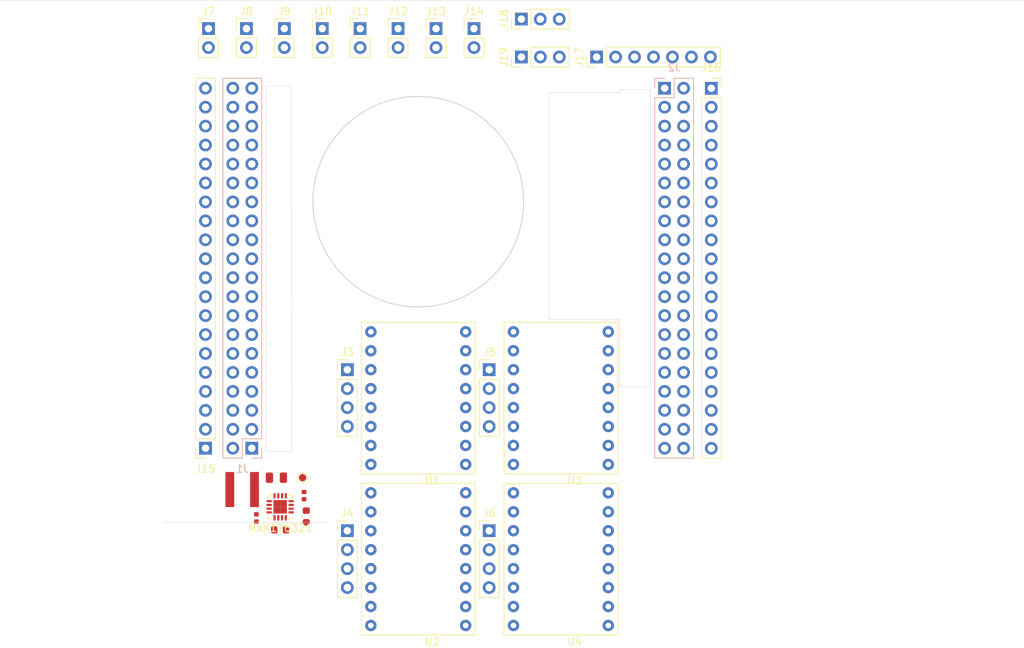
<source format=kicad_pcb>
(kicad_pcb (version 20171130) (host pcbnew 5.1.9-73d0e3b20d~88~ubuntu20.04.1)

  (general
    (thickness 1.6)
    (drawings 16)
    (tracks 0)
    (zones 0)
    (modules 35)
    (nets 111)
  )

  (page A4)
  (layers
    (0 F.Cu signal)
    (31 B.Cu signal)
    (32 B.Adhes user)
    (33 F.Adhes user)
    (34 B.Paste user)
    (35 F.Paste user)
    (36 B.SilkS user)
    (37 F.SilkS user)
    (38 B.Mask user)
    (39 F.Mask user)
    (40 Dwgs.User user)
    (41 Cmts.User user)
    (42 Eco1.User user)
    (43 Eco2.User user)
    (44 Edge.Cuts user)
    (45 Margin user)
    (46 B.CrtYd user)
    (47 F.CrtYd user)
    (48 B.Fab user)
    (49 F.Fab user)
  )

  (setup
    (last_trace_width 0.25)
    (trace_clearance 0.2)
    (zone_clearance 0.508)
    (zone_45_only no)
    (trace_min 0.2)
    (via_size 0.5)
    (via_drill 0.3)
    (via_min_size 0.4)
    (via_min_drill 0.3)
    (uvia_size 0.3)
    (uvia_drill 0.1)
    (uvias_allowed no)
    (uvia_min_size 0.2)
    (uvia_min_drill 0.1)
    (edge_width 0.05)
    (segment_width 0.2)
    (pcb_text_width 0.3)
    (pcb_text_size 1.5 1.5)
    (mod_edge_width 0.12)
    (mod_text_size 1 1)
    (mod_text_width 0.15)
    (pad_size 1.524 1.524)
    (pad_drill 0.762)
    (pad_to_mask_clearance 0.051)
    (solder_mask_min_width 0.25)
    (aux_axis_origin 0 0)
    (visible_elements FFFDFF7F)
    (pcbplotparams
      (layerselection 0x010fc_ffffffff)
      (usegerberextensions false)
      (usegerberattributes false)
      (usegerberadvancedattributes false)
      (creategerberjobfile false)
      (excludeedgelayer true)
      (linewidth 0.100000)
      (plotframeref false)
      (viasonmask false)
      (mode 1)
      (useauxorigin false)
      (hpglpennumber 1)
      (hpglpenspeed 20)
      (hpglpendiameter 15.000000)
      (psnegative false)
      (psa4output false)
      (plotreference true)
      (plotvalue true)
      (plotinvisibletext false)
      (padsonsilk false)
      (subtractmaskfromsilk false)
      (outputformat 1)
      (mirror false)
      (drillshape 0)
      (scaleselection 1)
      (outputdirectory "myo_shield_v0.6/"))
  )

  (net 0 "")
  (net 1 GND)
  (net 2 +5V)
  (net 3 +3V3)
  (net 4 "Net-(C13-Pad1)")
  (net 5 "Net-(C15-Pad1)")
  (net 6 "Net-(C16-Pad2)")
  (net 7 "Net-(C16-Pad1)")
  (net 8 VMEM)
  (net 9 "Net-(J1-Pad40)")
  (net 10 /SW0)
  (net 11 "Net-(J1-Pad38)")
  (net 12 /SW1)
  (net 13 "Net-(J1-Pad36)")
  (net 14 /SW2)
  (net 15 "Net-(J1-Pad34)")
  (net 16 /SW3)
  (net 17 "Net-(J1-Pad32)")
  (net 18 /SW4)
  (net 19 "Net-(J1-Pad28)")
  (net 20 /SW5)
  (net 21 "Net-(J1-Pad26)")
  (net 22 /SW6)
  (net 23 "Net-(J1-Pad24)")
  (net 24 /SW7)
  (net 25 "Net-(J1-Pad22)")
  (net 26 /DIR_0)
  (net 27 "Net-(J1-Pad20)")
  (net 28 /STEP_0)
  (net 29 "Net-(J1-Pad18)")
  (net 30 /MS2_0)
  (net 31 "Net-(J1-Pad16)")
  (net 32 /MS1_0)
  (net 33 "Net-(J1-Pad14)")
  (net 34 /EN_0)
  (net 35 "Net-(J1-Pad10)")
  (net 36 /DIR_1)
  (net 37 "Net-(J1-Pad8)")
  (net 38 /STEP_1)
  (net 39 "Net-(J1-Pad6)")
  (net 40 /MS2_1)
  (net 41 "Net-(J1-Pad4)")
  (net 42 /MS1_1)
  (net 43 "Net-(J1-Pad2)")
  (net 44 /EN_1)
  (net 45 /TFT_SCL)
  (net 46 "Net-(J16-Pad1)")
  (net 47 /TFT_SDA)
  (net 48 "Net-(J16-Pad2)")
  (net 49 /TFT_RES)
  (net 50 "Net-(J16-Pad3)")
  (net 51 /TFT_DC)
  (net 52 "Net-(J16-Pad4)")
  (net 53 /TFT_BLK)
  (net 54 "Net-(J16-Pad5)")
  (net 55 /LED_0)
  (net 56 "Net-(J16-Pad7)")
  (net 57 /LED_1)
  (net 58 "Net-(J16-Pad8)")
  (net 59 "Net-(J2-Pad17)")
  (net 60 "Net-(J16-Pad9)")
  (net 61 /DIR_2)
  (net 62 "Net-(J16-Pad10)")
  (net 63 /STEP_2)
  (net 64 "Net-(J16-Pad11)")
  (net 65 /MS2_2)
  (net 66 "Net-(J16-Pad12)")
  (net 67 /MS1_2)
  (net 68 "Net-(J16-Pad13)")
  (net 69 /EN_2)
  (net 70 "Net-(J16-Pad14)")
  (net 71 /DIR_3)
  (net 72 "Net-(J16-Pad16)")
  (net 73 /STEP_3)
  (net 74 "Net-(J16-Pad17)")
  (net 75 /MS2_3)
  (net 76 "Net-(J16-Pad18)")
  (net 77 /MS1_3)
  (net 78 "Net-(J16-Pad19)")
  (net 79 /EN_3)
  (net 80 "Net-(J16-Pad20)")
  (net 81 "Net-(J3-Pad1)")
  (net 82 "Net-(J3-Pad2)")
  (net 83 "Net-(J3-Pad3)")
  (net 84 "Net-(J3-Pad4)")
  (net 85 "Net-(J4-Pad4)")
  (net 86 "Net-(J4-Pad3)")
  (net 87 "Net-(J4-Pad2)")
  (net 88 "Net-(J4-Pad1)")
  (net 89 "Net-(J5-Pad1)")
  (net 90 "Net-(J5-Pad2)")
  (net 91 "Net-(J5-Pad3)")
  (net 92 "Net-(J5-Pad4)")
  (net 93 "Net-(J6-Pad4)")
  (net 94 "Net-(J6-Pad3)")
  (net 95 "Net-(J6-Pad2)")
  (net 96 "Net-(J6-Pad1)")
  (net 97 "Net-(MAX176321-Pad7)")
  (net 98 "Net-(MAX176321-Pad8)")
  (net 99 "Net-(U1-Pad12)")
  (net 100 "Net-(U1-Pad13)")
  (net 101 "Net-(U1-Pad14)")
  (net 102 "Net-(U2-Pad12)")
  (net 103 "Net-(U2-Pad13)")
  (net 104 "Net-(U2-Pad14)")
  (net 105 "Net-(U3-Pad14)")
  (net 106 "Net-(U3-Pad13)")
  (net 107 "Net-(U3-Pad12)")
  (net 108 "Net-(U4-Pad14)")
  (net 109 "Net-(U4-Pad13)")
  (net 110 "Net-(U4-Pad12)")

  (net_class Default "This is the default net class."
    (clearance 0.2)
    (trace_width 0.25)
    (via_dia 0.5)
    (via_drill 0.3)
    (uvia_dia 0.3)
    (uvia_drill 0.1)
    (add_net +3V3)
    (add_net /DIR_0)
    (add_net /DIR_1)
    (add_net /DIR_2)
    (add_net /DIR_3)
    (add_net /EN_0)
    (add_net /EN_1)
    (add_net /EN_2)
    (add_net /EN_3)
    (add_net /LED_0)
    (add_net /LED_1)
    (add_net /MS1_0)
    (add_net /MS1_1)
    (add_net /MS1_2)
    (add_net /MS1_3)
    (add_net /MS2_0)
    (add_net /MS2_1)
    (add_net /MS2_2)
    (add_net /MS2_3)
    (add_net /STEP_0)
    (add_net /STEP_1)
    (add_net /STEP_2)
    (add_net /STEP_3)
    (add_net /SW0)
    (add_net /SW1)
    (add_net /SW2)
    (add_net /SW3)
    (add_net /SW4)
    (add_net /SW5)
    (add_net /SW6)
    (add_net /SW7)
    (add_net /TFT_BLK)
    (add_net /TFT_DC)
    (add_net /TFT_RES)
    (add_net /TFT_SCL)
    (add_net /TFT_SDA)
    (add_net "Net-(C13-Pad1)")
    (add_net "Net-(C15-Pad1)")
    (add_net "Net-(C16-Pad1)")
    (add_net "Net-(C16-Pad2)")
    (add_net "Net-(J1-Pad10)")
    (add_net "Net-(J1-Pad14)")
    (add_net "Net-(J1-Pad16)")
    (add_net "Net-(J1-Pad18)")
    (add_net "Net-(J1-Pad2)")
    (add_net "Net-(J1-Pad20)")
    (add_net "Net-(J1-Pad22)")
    (add_net "Net-(J1-Pad24)")
    (add_net "Net-(J1-Pad26)")
    (add_net "Net-(J1-Pad28)")
    (add_net "Net-(J1-Pad32)")
    (add_net "Net-(J1-Pad34)")
    (add_net "Net-(J1-Pad36)")
    (add_net "Net-(J1-Pad38)")
    (add_net "Net-(J1-Pad4)")
    (add_net "Net-(J1-Pad40)")
    (add_net "Net-(J1-Pad6)")
    (add_net "Net-(J1-Pad8)")
    (add_net "Net-(J16-Pad1)")
    (add_net "Net-(J16-Pad10)")
    (add_net "Net-(J16-Pad11)")
    (add_net "Net-(J16-Pad12)")
    (add_net "Net-(J16-Pad13)")
    (add_net "Net-(J16-Pad14)")
    (add_net "Net-(J16-Pad16)")
    (add_net "Net-(J16-Pad17)")
    (add_net "Net-(J16-Pad18)")
    (add_net "Net-(J16-Pad19)")
    (add_net "Net-(J16-Pad2)")
    (add_net "Net-(J16-Pad20)")
    (add_net "Net-(J16-Pad3)")
    (add_net "Net-(J16-Pad4)")
    (add_net "Net-(J16-Pad5)")
    (add_net "Net-(J16-Pad7)")
    (add_net "Net-(J16-Pad8)")
    (add_net "Net-(J16-Pad9)")
    (add_net "Net-(J2-Pad17)")
    (add_net "Net-(J3-Pad1)")
    (add_net "Net-(J3-Pad2)")
    (add_net "Net-(J3-Pad3)")
    (add_net "Net-(J3-Pad4)")
    (add_net "Net-(J4-Pad1)")
    (add_net "Net-(J4-Pad2)")
    (add_net "Net-(J4-Pad3)")
    (add_net "Net-(J4-Pad4)")
    (add_net "Net-(J5-Pad1)")
    (add_net "Net-(J5-Pad2)")
    (add_net "Net-(J5-Pad3)")
    (add_net "Net-(J5-Pad4)")
    (add_net "Net-(J6-Pad1)")
    (add_net "Net-(J6-Pad2)")
    (add_net "Net-(J6-Pad3)")
    (add_net "Net-(J6-Pad4)")
    (add_net "Net-(MAX176321-Pad7)")
    (add_net "Net-(MAX176321-Pad8)")
    (add_net "Net-(U1-Pad12)")
    (add_net "Net-(U1-Pad13)")
    (add_net "Net-(U1-Pad14)")
    (add_net "Net-(U2-Pad12)")
    (add_net "Net-(U2-Pad13)")
    (add_net "Net-(U2-Pad14)")
    (add_net "Net-(U3-Pad12)")
    (add_net "Net-(U3-Pad13)")
    (add_net "Net-(U3-Pad14)")
    (add_net "Net-(U4-Pad12)")
    (add_net "Net-(U4-Pad13)")
    (add_net "Net-(U4-Pad14)")
    (add_net VMEM)
  )

  (net_class POWER ""
    (clearance 0.2)
    (trace_width 0.5)
    (via_dia 0.8)
    (via_drill 0.4)
    (uvia_dia 0.3)
    (uvia_drill 0.1)
    (add_net +5V)
    (add_net GND)
  )

  (module Connector_PinSocket_2.54mm:PinSocket_2x20_P2.54mm_Vertical (layer B.Cu) (tedit 5A19A433) (tstamp 6053B04E)
    (at 150 58.79 180)
    (descr "Through hole straight socket strip, 2x20, 2.54mm pitch, double cols (from Kicad 4.0.7), script generated")
    (tags "Through hole socket strip THT 2x20 2.54mm double row")
    (path /605861DD)
    (fp_text reference J2 (at -1.27 2.77) (layer B.SilkS)
      (effects (font (size 1 1) (thickness 0.15)) (justify mirror))
    )
    (fp_text value GPIO_1 (at -1.27 -51.03) (layer B.Fab)
      (effects (font (size 1 1) (thickness 0.15)) (justify mirror))
    )
    (fp_line (start -4.34 -50) (end -4.34 1.8) (layer B.CrtYd) (width 0.05))
    (fp_line (start 1.76 -50) (end -4.34 -50) (layer B.CrtYd) (width 0.05))
    (fp_line (start 1.76 1.8) (end 1.76 -50) (layer B.CrtYd) (width 0.05))
    (fp_line (start -4.34 1.8) (end 1.76 1.8) (layer B.CrtYd) (width 0.05))
    (fp_line (start 0 1.33) (end 1.33 1.33) (layer B.SilkS) (width 0.12))
    (fp_line (start 1.33 1.33) (end 1.33 0) (layer B.SilkS) (width 0.12))
    (fp_line (start -1.27 1.33) (end -1.27 -1.27) (layer B.SilkS) (width 0.12))
    (fp_line (start -1.27 -1.27) (end 1.33 -1.27) (layer B.SilkS) (width 0.12))
    (fp_line (start 1.33 -1.27) (end 1.33 -49.59) (layer B.SilkS) (width 0.12))
    (fp_line (start -3.87 -49.59) (end 1.33 -49.59) (layer B.SilkS) (width 0.12))
    (fp_line (start -3.87 1.33) (end -3.87 -49.59) (layer B.SilkS) (width 0.12))
    (fp_line (start -3.87 1.33) (end -1.27 1.33) (layer B.SilkS) (width 0.12))
    (fp_line (start -3.81 -49.53) (end -3.81 1.27) (layer B.Fab) (width 0.1))
    (fp_line (start 1.27 -49.53) (end -3.81 -49.53) (layer B.Fab) (width 0.1))
    (fp_line (start 1.27 0.27) (end 1.27 -49.53) (layer B.Fab) (width 0.1))
    (fp_line (start 0.27 1.27) (end 1.27 0.27) (layer B.Fab) (width 0.1))
    (fp_line (start -3.81 1.27) (end 0.27 1.27) (layer B.Fab) (width 0.1))
    (fp_text user %R (at -1.27 -24.13 270) (layer B.Fab)
      (effects (font (size 1 1) (thickness 0.15)) (justify mirror))
    )
    (pad 40 thru_hole oval (at -2.54 -48.26 180) (size 1.7 1.7) (drill 1) (layers *.Cu *.Mask)
      (net 80 "Net-(J16-Pad20)"))
    (pad 39 thru_hole oval (at 0 -48.26 180) (size 1.7 1.7) (drill 1) (layers *.Cu *.Mask)
      (net 79 /EN_3))
    (pad 38 thru_hole oval (at -2.54 -45.72 180) (size 1.7 1.7) (drill 1) (layers *.Cu *.Mask)
      (net 78 "Net-(J16-Pad19)"))
    (pad 37 thru_hole oval (at 0 -45.72 180) (size 1.7 1.7) (drill 1) (layers *.Cu *.Mask)
      (net 77 /MS1_3))
    (pad 36 thru_hole oval (at -2.54 -43.18 180) (size 1.7 1.7) (drill 1) (layers *.Cu *.Mask)
      (net 76 "Net-(J16-Pad18)"))
    (pad 35 thru_hole oval (at 0 -43.18 180) (size 1.7 1.7) (drill 1) (layers *.Cu *.Mask)
      (net 75 /MS2_3))
    (pad 34 thru_hole oval (at -2.54 -40.64 180) (size 1.7 1.7) (drill 1) (layers *.Cu *.Mask)
      (net 74 "Net-(J16-Pad17)"))
    (pad 33 thru_hole oval (at 0 -40.64 180) (size 1.7 1.7) (drill 1) (layers *.Cu *.Mask)
      (net 73 /STEP_3))
    (pad 32 thru_hole oval (at -2.54 -38.1 180) (size 1.7 1.7) (drill 1) (layers *.Cu *.Mask)
      (net 72 "Net-(J16-Pad16)"))
    (pad 31 thru_hole oval (at 0 -38.1 180) (size 1.7 1.7) (drill 1) (layers *.Cu *.Mask)
      (net 71 /DIR_3))
    (pad 30 thru_hole oval (at -2.54 -35.56 180) (size 1.7 1.7) (drill 1) (layers *.Cu *.Mask)
      (net 1 GND))
    (pad 29 thru_hole oval (at 0 -35.56 180) (size 1.7 1.7) (drill 1) (layers *.Cu *.Mask)
      (net 3 +3V3))
    (pad 28 thru_hole oval (at -2.54 -33.02 180) (size 1.7 1.7) (drill 1) (layers *.Cu *.Mask)
      (net 70 "Net-(J16-Pad14)"))
    (pad 27 thru_hole oval (at 0 -33.02 180) (size 1.7 1.7) (drill 1) (layers *.Cu *.Mask)
      (net 69 /EN_2))
    (pad 26 thru_hole oval (at -2.54 -30.48 180) (size 1.7 1.7) (drill 1) (layers *.Cu *.Mask)
      (net 68 "Net-(J16-Pad13)"))
    (pad 25 thru_hole oval (at 0 -30.48 180) (size 1.7 1.7) (drill 1) (layers *.Cu *.Mask)
      (net 67 /MS1_2))
    (pad 24 thru_hole oval (at -2.54 -27.94 180) (size 1.7 1.7) (drill 1) (layers *.Cu *.Mask)
      (net 66 "Net-(J16-Pad12)"))
    (pad 23 thru_hole oval (at 0 -27.94 180) (size 1.7 1.7) (drill 1) (layers *.Cu *.Mask)
      (net 65 /MS2_2))
    (pad 22 thru_hole oval (at -2.54 -25.4 180) (size 1.7 1.7) (drill 1) (layers *.Cu *.Mask)
      (net 64 "Net-(J16-Pad11)"))
    (pad 21 thru_hole oval (at 0 -25.4 180) (size 1.7 1.7) (drill 1) (layers *.Cu *.Mask)
      (net 63 /STEP_2))
    (pad 20 thru_hole oval (at -2.54 -22.86 180) (size 1.7 1.7) (drill 1) (layers *.Cu *.Mask)
      (net 62 "Net-(J16-Pad10)"))
    (pad 19 thru_hole oval (at 0 -22.86 180) (size 1.7 1.7) (drill 1) (layers *.Cu *.Mask)
      (net 61 /DIR_2))
    (pad 18 thru_hole oval (at -2.54 -20.32 180) (size 1.7 1.7) (drill 1) (layers *.Cu *.Mask)
      (net 60 "Net-(J16-Pad9)"))
    (pad 17 thru_hole oval (at 0 -20.32 180) (size 1.7 1.7) (drill 1) (layers *.Cu *.Mask)
      (net 59 "Net-(J2-Pad17)"))
    (pad 16 thru_hole oval (at -2.54 -17.78 180) (size 1.7 1.7) (drill 1) (layers *.Cu *.Mask)
      (net 58 "Net-(J16-Pad8)"))
    (pad 15 thru_hole oval (at 0 -17.78 180) (size 1.7 1.7) (drill 1) (layers *.Cu *.Mask)
      (net 57 /LED_1))
    (pad 14 thru_hole oval (at -2.54 -15.24 180) (size 1.7 1.7) (drill 1) (layers *.Cu *.Mask)
      (net 56 "Net-(J16-Pad7)"))
    (pad 13 thru_hole oval (at 0 -15.24 180) (size 1.7 1.7) (drill 1) (layers *.Cu *.Mask)
      (net 55 /LED_0))
    (pad 12 thru_hole oval (at -2.54 -12.7 180) (size 1.7 1.7) (drill 1) (layers *.Cu *.Mask)
      (net 1 GND))
    (pad 11 thru_hole oval (at 0 -12.7 180) (size 1.7 1.7) (drill 1) (layers *.Cu *.Mask)
      (net 2 +5V))
    (pad 10 thru_hole oval (at -2.54 -10.16 180) (size 1.7 1.7) (drill 1) (layers *.Cu *.Mask)
      (net 54 "Net-(J16-Pad5)"))
    (pad 9 thru_hole oval (at 0 -10.16 180) (size 1.7 1.7) (drill 1) (layers *.Cu *.Mask)
      (net 53 /TFT_BLK))
    (pad 8 thru_hole oval (at -2.54 -7.62 180) (size 1.7 1.7) (drill 1) (layers *.Cu *.Mask)
      (net 52 "Net-(J16-Pad4)"))
    (pad 7 thru_hole oval (at 0 -7.62 180) (size 1.7 1.7) (drill 1) (layers *.Cu *.Mask)
      (net 51 /TFT_DC))
    (pad 6 thru_hole oval (at -2.54 -5.08 180) (size 1.7 1.7) (drill 1) (layers *.Cu *.Mask)
      (net 50 "Net-(J16-Pad3)"))
    (pad 5 thru_hole oval (at 0 -5.08 180) (size 1.7 1.7) (drill 1) (layers *.Cu *.Mask)
      (net 49 /TFT_RES))
    (pad 4 thru_hole oval (at -2.54 -2.54 180) (size 1.7 1.7) (drill 1) (layers *.Cu *.Mask)
      (net 48 "Net-(J16-Pad2)"))
    (pad 3 thru_hole oval (at 0 -2.54 180) (size 1.7 1.7) (drill 1) (layers *.Cu *.Mask)
      (net 47 /TFT_SDA))
    (pad 2 thru_hole oval (at -2.54 0 180) (size 1.7 1.7) (drill 1) (layers *.Cu *.Mask)
      (net 46 "Net-(J16-Pad1)"))
    (pad 1 thru_hole rect (at 0 0 180) (size 1.7 1.7) (drill 1) (layers *.Cu *.Mask)
      (net 45 /TFT_SCL))
    (model ${KISYS3DMOD}/Connector_PinSocket_2.54mm.3dshapes/PinSocket_2x20_P2.54mm_Vertical.wrl
      (at (xyz 0 0 0))
      (scale (xyz 1 1 1))
      (rotate (xyz 0 0 0))
    )
  )

  (module Connector_PinSocket_2.54mm:PinSocket_2x20_P2.54mm_Vertical (layer B.Cu) (tedit 5A19A433) (tstamp 6053AEDC)
    (at 94.7 107.05)
    (descr "Through hole straight socket strip, 2x20, 2.54mm pitch, double cols (from Kicad 4.0.7), script generated")
    (tags "Through hole socket strip THT 2x20 2.54mm double row")
    (path /60584294)
    (fp_text reference J1 (at -1.27 2.77) (layer B.SilkS)
      (effects (font (size 1 1) (thickness 0.15)) (justify mirror))
    )
    (fp_text value GPIO_0 (at -1.27 -51.03) (layer B.Fab)
      (effects (font (size 1 1) (thickness 0.15)) (justify mirror))
    )
    (fp_line (start -3.81 1.27) (end 0.27 1.27) (layer B.Fab) (width 0.1))
    (fp_line (start 0.27 1.27) (end 1.27 0.27) (layer B.Fab) (width 0.1))
    (fp_line (start 1.27 0.27) (end 1.27 -49.53) (layer B.Fab) (width 0.1))
    (fp_line (start 1.27 -49.53) (end -3.81 -49.53) (layer B.Fab) (width 0.1))
    (fp_line (start -3.81 -49.53) (end -3.81 1.27) (layer B.Fab) (width 0.1))
    (fp_line (start -3.87 1.33) (end -1.27 1.33) (layer B.SilkS) (width 0.12))
    (fp_line (start -3.87 1.33) (end -3.87 -49.59) (layer B.SilkS) (width 0.12))
    (fp_line (start -3.87 -49.59) (end 1.33 -49.59) (layer B.SilkS) (width 0.12))
    (fp_line (start 1.33 -1.27) (end 1.33 -49.59) (layer B.SilkS) (width 0.12))
    (fp_line (start -1.27 -1.27) (end 1.33 -1.27) (layer B.SilkS) (width 0.12))
    (fp_line (start -1.27 1.33) (end -1.27 -1.27) (layer B.SilkS) (width 0.12))
    (fp_line (start 1.33 1.33) (end 1.33 0) (layer B.SilkS) (width 0.12))
    (fp_line (start 0 1.33) (end 1.33 1.33) (layer B.SilkS) (width 0.12))
    (fp_line (start -4.34 1.8) (end 1.76 1.8) (layer B.CrtYd) (width 0.05))
    (fp_line (start 1.76 1.8) (end 1.76 -50) (layer B.CrtYd) (width 0.05))
    (fp_line (start 1.76 -50) (end -4.34 -50) (layer B.CrtYd) (width 0.05))
    (fp_line (start -4.34 -50) (end -4.34 1.8) (layer B.CrtYd) (width 0.05))
    (fp_text user %R (at -1.27 -24.13 270) (layer B.Fab)
      (effects (font (size 1 1) (thickness 0.15)) (justify mirror))
    )
    (pad 1 thru_hole rect (at 0 0) (size 1.7 1.7) (drill 1) (layers *.Cu *.Mask)
      (net 44 /EN_1))
    (pad 2 thru_hole oval (at -2.54 0) (size 1.7 1.7) (drill 1) (layers *.Cu *.Mask)
      (net 43 "Net-(J1-Pad2)"))
    (pad 3 thru_hole oval (at 0 -2.54) (size 1.7 1.7) (drill 1) (layers *.Cu *.Mask)
      (net 42 /MS1_1))
    (pad 4 thru_hole oval (at -2.54 -2.54) (size 1.7 1.7) (drill 1) (layers *.Cu *.Mask)
      (net 41 "Net-(J1-Pad4)"))
    (pad 5 thru_hole oval (at 0 -5.08) (size 1.7 1.7) (drill 1) (layers *.Cu *.Mask)
      (net 40 /MS2_1))
    (pad 6 thru_hole oval (at -2.54 -5.08) (size 1.7 1.7) (drill 1) (layers *.Cu *.Mask)
      (net 39 "Net-(J1-Pad6)"))
    (pad 7 thru_hole oval (at 0 -7.62) (size 1.7 1.7) (drill 1) (layers *.Cu *.Mask)
      (net 38 /STEP_1))
    (pad 8 thru_hole oval (at -2.54 -7.62) (size 1.7 1.7) (drill 1) (layers *.Cu *.Mask)
      (net 37 "Net-(J1-Pad8)"))
    (pad 9 thru_hole oval (at 0 -10.16) (size 1.7 1.7) (drill 1) (layers *.Cu *.Mask)
      (net 36 /DIR_1))
    (pad 10 thru_hole oval (at -2.54 -10.16) (size 1.7 1.7) (drill 1) (layers *.Cu *.Mask)
      (net 35 "Net-(J1-Pad10)"))
    (pad 11 thru_hole oval (at 0 -12.7) (size 1.7 1.7) (drill 1) (layers *.Cu *.Mask)
      (net 2 +5V))
    (pad 12 thru_hole oval (at -2.54 -12.7) (size 1.7 1.7) (drill 1) (layers *.Cu *.Mask)
      (net 1 GND))
    (pad 13 thru_hole oval (at 0 -15.24) (size 1.7 1.7) (drill 1) (layers *.Cu *.Mask)
      (net 34 /EN_0))
    (pad 14 thru_hole oval (at -2.54 -15.24) (size 1.7 1.7) (drill 1) (layers *.Cu *.Mask)
      (net 33 "Net-(J1-Pad14)"))
    (pad 15 thru_hole oval (at 0 -17.78) (size 1.7 1.7) (drill 1) (layers *.Cu *.Mask)
      (net 32 /MS1_0))
    (pad 16 thru_hole oval (at -2.54 -17.78) (size 1.7 1.7) (drill 1) (layers *.Cu *.Mask)
      (net 31 "Net-(J1-Pad16)"))
    (pad 17 thru_hole oval (at 0 -20.32) (size 1.7 1.7) (drill 1) (layers *.Cu *.Mask)
      (net 30 /MS2_0))
    (pad 18 thru_hole oval (at -2.54 -20.32) (size 1.7 1.7) (drill 1) (layers *.Cu *.Mask)
      (net 29 "Net-(J1-Pad18)"))
    (pad 19 thru_hole oval (at 0 -22.86) (size 1.7 1.7) (drill 1) (layers *.Cu *.Mask)
      (net 28 /STEP_0))
    (pad 20 thru_hole oval (at -2.54 -22.86) (size 1.7 1.7) (drill 1) (layers *.Cu *.Mask)
      (net 27 "Net-(J1-Pad20)"))
    (pad 21 thru_hole oval (at 0 -25.4) (size 1.7 1.7) (drill 1) (layers *.Cu *.Mask)
      (net 26 /DIR_0))
    (pad 22 thru_hole oval (at -2.54 -25.4) (size 1.7 1.7) (drill 1) (layers *.Cu *.Mask)
      (net 25 "Net-(J1-Pad22)"))
    (pad 23 thru_hole oval (at 0 -27.94) (size 1.7 1.7) (drill 1) (layers *.Cu *.Mask)
      (net 24 /SW7))
    (pad 24 thru_hole oval (at -2.54 -27.94) (size 1.7 1.7) (drill 1) (layers *.Cu *.Mask)
      (net 23 "Net-(J1-Pad24)"))
    (pad 25 thru_hole oval (at 0 -30.48) (size 1.7 1.7) (drill 1) (layers *.Cu *.Mask)
      (net 22 /SW6))
    (pad 26 thru_hole oval (at -2.54 -30.48) (size 1.7 1.7) (drill 1) (layers *.Cu *.Mask)
      (net 21 "Net-(J1-Pad26)"))
    (pad 27 thru_hole oval (at 0 -33.02) (size 1.7 1.7) (drill 1) (layers *.Cu *.Mask)
      (net 20 /SW5))
    (pad 28 thru_hole oval (at -2.54 -33.02) (size 1.7 1.7) (drill 1) (layers *.Cu *.Mask)
      (net 19 "Net-(J1-Pad28)"))
    (pad 29 thru_hole oval (at 0 -35.56) (size 1.7 1.7) (drill 1) (layers *.Cu *.Mask)
      (net 3 +3V3))
    (pad 30 thru_hole oval (at -2.54 -35.56) (size 1.7 1.7) (drill 1) (layers *.Cu *.Mask)
      (net 1 GND))
    (pad 31 thru_hole oval (at 0 -38.1) (size 1.7 1.7) (drill 1) (layers *.Cu *.Mask)
      (net 18 /SW4))
    (pad 32 thru_hole oval (at -2.54 -38.1) (size 1.7 1.7) (drill 1) (layers *.Cu *.Mask)
      (net 17 "Net-(J1-Pad32)"))
    (pad 33 thru_hole oval (at 0 -40.64) (size 1.7 1.7) (drill 1) (layers *.Cu *.Mask)
      (net 16 /SW3))
    (pad 34 thru_hole oval (at -2.54 -40.64) (size 1.7 1.7) (drill 1) (layers *.Cu *.Mask)
      (net 15 "Net-(J1-Pad34)"))
    (pad 35 thru_hole oval (at 0 -43.18) (size 1.7 1.7) (drill 1) (layers *.Cu *.Mask)
      (net 14 /SW2))
    (pad 36 thru_hole oval (at -2.54 -43.18) (size 1.7 1.7) (drill 1) (layers *.Cu *.Mask)
      (net 13 "Net-(J1-Pad36)"))
    (pad 37 thru_hole oval (at 0 -45.72) (size 1.7 1.7) (drill 1) (layers *.Cu *.Mask)
      (net 12 /SW1))
    (pad 38 thru_hole oval (at -2.54 -45.72) (size 1.7 1.7) (drill 1) (layers *.Cu *.Mask)
      (net 11 "Net-(J1-Pad38)"))
    (pad 39 thru_hole oval (at 0 -48.26) (size 1.7 1.7) (drill 1) (layers *.Cu *.Mask)
      (net 10 /SW0))
    (pad 40 thru_hole oval (at -2.54 -48.26) (size 1.7 1.7) (drill 1) (layers *.Cu *.Mask)
      (net 9 "Net-(J1-Pad40)"))
    (model ${KISYS3DMOD}/Connector_PinSocket_2.54mm.3dshapes/PinSocket_2x20_P2.54mm_Vertical.wrl
      (at (xyz 0 0 0))
      (scale (xyz 1 1 1))
      (rotate (xyz 0 0 0))
    )
  )

  (module MountingHole:MountingHole_3.2mm_M3 (layer F.Cu) (tedit 5D8BE8B2) (tstamp 5D98BA57)
    (at 104.5 61.5)
    (descr "Mounting Hole 3.2mm, no annular, M3")
    (tags "mounting hole 3.2mm no annular m3")
    (path /605442C8)
    (attr virtual)
    (fp_text reference H1 (at 0 -4.2) (layer F.SilkS) hide
      (effects (font (size 1 1) (thickness 0.15)))
    )
    (fp_text value MountingHole (at 0 4.2) (layer F.Fab)
      (effects (font (size 1 1) (thickness 0.15)))
    )
    (fp_circle (center 0 0) (end 3.45 0) (layer F.CrtYd) (width 0.05))
    (fp_circle (center 0 0) (end 3.2 0) (layer Cmts.User) (width 0.15))
    (fp_text user %R (at 0.3 0) (layer F.Fab)
      (effects (font (size 1 1) (thickness 0.15)))
    )
    (pad 1 np_thru_hole circle (at 0 0) (size 3.2 3.2) (drill 3.2) (layers *.Cu *.Mask))
  )

  (module MountingHole:MountingHole_3.2mm_M3 (layer F.Cu) (tedit 5D8BE8B9) (tstamp 5D98BA5F)
    (at 104.5 86.5)
    (descr "Mounting Hole 3.2mm, no annular, M3")
    (tags "mounting hole 3.2mm no annular m3")
    (path /6054510E)
    (attr virtual)
    (fp_text reference H2 (at 0 -4.2) (layer F.SilkS) hide
      (effects (font (size 1 1) (thickness 0.15)))
    )
    (fp_text value MountingHole (at 0 4.2) (layer F.Fab)
      (effects (font (size 1 1) (thickness 0.15)))
    )
    (fp_circle (center 0 0) (end 3.2 0) (layer Cmts.User) (width 0.15))
    (fp_circle (center 0 0) (end 3.45 0) (layer F.CrtYd) (width 0.05))
    (fp_text user %R (at 0.3 0) (layer F.Fab)
      (effects (font (size 1 1) (thickness 0.15)))
    )
    (pad 1 np_thru_hole circle (at 0 0) (size 3.2 3.2) (drill 3.2) (layers *.Cu *.Mask))
  )

  (module MountingHole:MountingHole_3.2mm_M3 (layer F.Cu) (tedit 5D8BE8AE) (tstamp 5D98BA67)
    (at 129.5 61.5)
    (descr "Mounting Hole 3.2mm, no annular, M3")
    (tags "mounting hole 3.2mm no annular m3")
    (path /60545F70)
    (attr virtual)
    (fp_text reference H3 (at 0 -4.2) (layer F.SilkS) hide
      (effects (font (size 1 1) (thickness 0.15)))
    )
    (fp_text value MountingHole (at 0 4.2) (layer F.Fab)
      (effects (font (size 1 1) (thickness 0.15)))
    )
    (fp_circle (center 0 0) (end 3.45 0) (layer F.CrtYd) (width 0.05))
    (fp_circle (center 0 0) (end 3.2 0) (layer Cmts.User) (width 0.15))
    (fp_text user %R (at 0.3 0) (layer F.Fab)
      (effects (font (size 1 1) (thickness 0.15)))
    )
    (pad 1 np_thru_hole circle (at 0 0) (size 3.2 3.2) (drill 3.2) (layers *.Cu *.Mask))
  )

  (module MountingHole:MountingHole_3.2mm_M3 (layer F.Cu) (tedit 5D8BE8B6) (tstamp 5D98BA6F)
    (at 129.5 86.5)
    (descr "Mounting Hole 3.2mm, no annular, M3")
    (tags "mounting hole 3.2mm no annular m3")
    (path /60546E9D)
    (attr virtual)
    (fp_text reference H4 (at 0 -4.2) (layer F.SilkS) hide
      (effects (font (size 1 1) (thickness 0.15)))
    )
    (fp_text value MountingHole (at 0 4.2) (layer F.Fab)
      (effects (font (size 1 1) (thickness 0.15)))
    )
    (fp_circle (center 0 0) (end 3.2 0) (layer Cmts.User) (width 0.15))
    (fp_circle (center 0 0) (end 3.45 0) (layer F.CrtYd) (width 0.05))
    (fp_text user %R (at 0.3 0) (layer F.Fab)
      (effects (font (size 1 1) (thickness 0.15)))
    )
    (pad 1 np_thru_hole circle (at 0 0) (size 3.2 3.2) (drill 3.2) (layers *.Cu *.Mask))
  )

  (module Capacitor_SMD:C_0603_1608Metric (layer F.Cu) (tedit 5E4EA839) (tstamp 5E5E1513)
    (at 102 116.2 90)
    (descr "Capacitor SMD 0603 (1608 Metric), square (rectangular) end terminal, IPC_7351 nominal, (Body size source: http://www.tortai-tech.com/upload/download/2011102023233369053.pdf), generated with kicad-footprint-generator")
    (tags capacitor)
    (path /5D8A3E13)
    (attr smd)
    (fp_text reference C13 (at 0 -1.43 90) (layer F.SilkS) hide
      (effects (font (size 1 1) (thickness 0.15)))
    )
    (fp_text value 2.2uF (at 0 1.43 90) (layer F.Fab)
      (effects (font (size 1 1) (thickness 0.15)))
    )
    (fp_line (start -0.8 0.4) (end -0.8 -0.4) (layer F.Fab) (width 0.1))
    (fp_line (start -0.8 -0.4) (end 0.8 -0.4) (layer F.Fab) (width 0.1))
    (fp_line (start 0.8 -0.4) (end 0.8 0.4) (layer F.Fab) (width 0.1))
    (fp_line (start 0.8 0.4) (end -0.8 0.4) (layer F.Fab) (width 0.1))
    (fp_line (start -0.162779 -0.51) (end 0.162779 -0.51) (layer F.SilkS) (width 0.12))
    (fp_line (start -0.162779 0.51) (end 0.162779 0.51) (layer F.SilkS) (width 0.12))
    (fp_line (start -1.48 0.73) (end -1.48 -0.73) (layer F.CrtYd) (width 0.05))
    (fp_line (start -1.48 -0.73) (end 1.48 -0.73) (layer F.CrtYd) (width 0.05))
    (fp_line (start 1.48 -0.73) (end 1.48 0.73) (layer F.CrtYd) (width 0.05))
    (fp_line (start 1.48 0.73) (end -1.48 0.73) (layer F.CrtYd) (width 0.05))
    (fp_text user %R (at 0 0 90) (layer F.Fab)
      (effects (font (size 0.4 0.4) (thickness 0.06)))
    )
    (pad 1 smd roundrect (at -0.7875 0 90) (size 0.875 0.95) (layers F.Cu F.Paste F.Mask) (roundrect_rratio 0.25)
      (net 4 "Net-(C13-Pad1)"))
    (pad 2 smd roundrect (at 0.7875 0 90) (size 0.875 0.95) (layers F.Cu F.Paste F.Mask) (roundrect_rratio 0.25)
      (net 1 GND))
    (model ${KISYS3DMOD}/Capacitor_SMD.3dshapes/C_0603_1608Metric.wrl
      (at (xyz 0 0 0))
      (scale (xyz 1 1 1))
      (rotate (xyz 0 0 0))
    )
  )

  (module Capacitor_SMD:C_0603_1608Metric (layer F.Cu) (tedit 5E4E61E2) (tstamp 5E5E1524)
    (at 98.5 118 180)
    (descr "Capacitor SMD 0603 (1608 Metric), square (rectangular) end terminal, IPC_7351 nominal, (Body size source: http://www.tortai-tech.com/upload/download/2011102023233369053.pdf), generated with kicad-footprint-generator")
    (tags capacitor)
    (path /5D8A0F75)
    (attr smd)
    (fp_text reference C14 (at 0 -1.43 180) (layer F.SilkS) hide
      (effects (font (size 1 1) (thickness 0.15)))
    )
    (fp_text value 2.2uF (at 0 1.43 180) (layer F.Fab)
      (effects (font (size 1 1) (thickness 0.15)))
    )
    (fp_line (start 1.48 0.73) (end -1.48 0.73) (layer F.CrtYd) (width 0.05))
    (fp_line (start 1.48 -0.73) (end 1.48 0.73) (layer F.CrtYd) (width 0.05))
    (fp_line (start -1.48 -0.73) (end 1.48 -0.73) (layer F.CrtYd) (width 0.05))
    (fp_line (start -1.48 0.73) (end -1.48 -0.73) (layer F.CrtYd) (width 0.05))
    (fp_line (start -0.162779 0.51) (end 0.162779 0.51) (layer F.SilkS) (width 0.12))
    (fp_line (start -0.162779 -0.51) (end 0.162779 -0.51) (layer F.SilkS) (width 0.12))
    (fp_line (start 0.8 0.4) (end -0.8 0.4) (layer F.Fab) (width 0.1))
    (fp_line (start 0.8 -0.4) (end 0.8 0.4) (layer F.Fab) (width 0.1))
    (fp_line (start -0.8 -0.4) (end 0.8 -0.4) (layer F.Fab) (width 0.1))
    (fp_line (start -0.8 0.4) (end -0.8 -0.4) (layer F.Fab) (width 0.1))
    (fp_text user %R (at 0 0 180) (layer F.Fab)
      (effects (font (size 0.4 0.4) (thickness 0.06)))
    )
    (pad 2 smd roundrect (at 0.7875 0 180) (size 0.875 0.95) (layers F.Cu F.Paste F.Mask) (roundrect_rratio 0.25)
      (net 1 GND))
    (pad 1 smd roundrect (at -0.7875 0 180) (size 0.875 0.95) (layers F.Cu F.Paste F.Mask) (roundrect_rratio 0.25)
      (net 8 VMEM))
    (model ${KISYS3DMOD}/Capacitor_SMD.3dshapes/C_0603_1608Metric.wrl
      (at (xyz 0 0 0))
      (scale (xyz 1 1 1))
      (rotate (xyz 0 0 0))
    )
  )

  (module Capacitor_SMD:C_0402_1005Metric (layer F.Cu) (tedit 5E4EA835) (tstamp 5E5E194F)
    (at 101.7 113.4 270)
    (descr "Capacitor SMD 0402 (1005 Metric), square (rectangular) end terminal, IPC_7351 nominal, (Body size source: http://www.tortai-tech.com/upload/download/2011102023233369053.pdf), generated with kicad-footprint-generator")
    (tags capacitor)
    (path /5D8A54E8)
    (attr smd)
    (fp_text reference C15 (at 0 -1.17 270) (layer F.SilkS) hide
      (effects (font (size 1 1) (thickness 0.15)))
    )
    (fp_text value 5600pF (at 0 1.17 270) (layer F.Fab)
      (effects (font (size 1 1) (thickness 0.15)))
    )
    (fp_line (start -0.5 0.25) (end -0.5 -0.25) (layer F.Fab) (width 0.1))
    (fp_line (start -0.5 -0.25) (end 0.5 -0.25) (layer F.Fab) (width 0.1))
    (fp_line (start 0.5 -0.25) (end 0.5 0.25) (layer F.Fab) (width 0.1))
    (fp_line (start 0.5 0.25) (end -0.5 0.25) (layer F.Fab) (width 0.1))
    (fp_line (start -0.93 0.47) (end -0.93 -0.47) (layer F.CrtYd) (width 0.05))
    (fp_line (start -0.93 -0.47) (end 0.93 -0.47) (layer F.CrtYd) (width 0.05))
    (fp_line (start 0.93 -0.47) (end 0.93 0.47) (layer F.CrtYd) (width 0.05))
    (fp_line (start 0.93 0.47) (end -0.93 0.47) (layer F.CrtYd) (width 0.05))
    (fp_text user %R (at 0 0 270) (layer F.Fab)
      (effects (font (size 0.25 0.25) (thickness 0.04)))
    )
    (pad 1 smd roundrect (at -0.485 0 270) (size 0.59 0.64) (layers F.Cu F.Paste F.Mask) (roundrect_rratio 0.25)
      (net 5 "Net-(C15-Pad1)"))
    (pad 2 smd roundrect (at 0.485 0 270) (size 0.59 0.64) (layers F.Cu F.Paste F.Mask) (roundrect_rratio 0.25)
      (net 1 GND))
    (model ${KISYS3DMOD}/Capacitor_SMD.3dshapes/C_0402_1005Metric.wrl
      (at (xyz 0 0 0))
      (scale (xyz 1 1 1))
      (rotate (xyz 0 0 0))
    )
  )

  (module Capacitor_SMD:C_0402_1005Metric (layer F.Cu) (tedit 5E4EA83D) (tstamp 5E5E1988)
    (at 95.315 116.395 90)
    (descr "Capacitor SMD 0402 (1005 Metric), square (rectangular) end terminal, IPC_7351 nominal, (Body size source: http://www.tortai-tech.com/upload/download/2011102023233369053.pdf), generated with kicad-footprint-generator")
    (tags capacitor)
    (path /5D8988E8)
    (attr smd)
    (fp_text reference C16 (at 0 -1.17 90) (layer F.SilkS) hide
      (effects (font (size 1 1) (thickness 0.15)))
    )
    (fp_text value 0.1uF (at 0 1.17 90) (layer F.Fab)
      (effects (font (size 1 1) (thickness 0.15)))
    )
    (fp_line (start 0.93 0.47) (end -0.93 0.47) (layer F.CrtYd) (width 0.05))
    (fp_line (start 0.93 -0.47) (end 0.93 0.47) (layer F.CrtYd) (width 0.05))
    (fp_line (start -0.93 -0.47) (end 0.93 -0.47) (layer F.CrtYd) (width 0.05))
    (fp_line (start -0.93 0.47) (end -0.93 -0.47) (layer F.CrtYd) (width 0.05))
    (fp_line (start 0.5 0.25) (end -0.5 0.25) (layer F.Fab) (width 0.1))
    (fp_line (start 0.5 -0.25) (end 0.5 0.25) (layer F.Fab) (width 0.1))
    (fp_line (start -0.5 -0.25) (end 0.5 -0.25) (layer F.Fab) (width 0.1))
    (fp_line (start -0.5 0.25) (end -0.5 -0.25) (layer F.Fab) (width 0.1))
    (fp_text user %R (at 0 0 90) (layer F.Fab)
      (effects (font (size 0.25 0.25) (thickness 0.04)))
    )
    (pad 2 smd roundrect (at 0.485 0 90) (size 0.59 0.64) (layers F.Cu F.Paste F.Mask) (roundrect_rratio 0.25)
      (net 6 "Net-(C16-Pad2)"))
    (pad 1 smd roundrect (at -0.485 0 90) (size 0.59 0.64) (layers F.Cu F.Paste F.Mask) (roundrect_rratio 0.25)
      (net 7 "Net-(C16-Pad1)"))
    (model ${KISYS3DMOD}/Capacitor_SMD.3dshapes/C_0402_1005Metric.wrl
      (at (xyz 0 0 0))
      (scale (xyz 1 1 1))
      (rotate (xyz 0 0 0))
    )
  )

  (module Capacitor_SMD:C_0805_2012Metric (layer F.Cu) (tedit 5E4EA840) (tstamp 5E5E1553)
    (at 98 111 180)
    (descr "Capacitor SMD 0805 (2012 Metric), square (rectangular) end terminal, IPC_7351 nominal, (Body size source: https://docs.google.com/spreadsheets/d/1BsfQQcO9C6DZCsRaXUlFlo91Tg2WpOkGARC1WS5S8t0/edit?usp=sharing), generated with kicad-footprint-generator")
    (tags capacitor)
    (path /5D89B4FE)
    (attr smd)
    (fp_text reference C17 (at 0 -1.65 180) (layer F.SilkS) hide
      (effects (font (size 1 1) (thickness 0.15)))
    )
    (fp_text value 22uF (at 0 1.65 180) (layer F.Fab)
      (effects (font (size 1 1) (thickness 0.15)))
    )
    (fp_line (start -1 0.6) (end -1 -0.6) (layer F.Fab) (width 0.1))
    (fp_line (start -1 -0.6) (end 1 -0.6) (layer F.Fab) (width 0.1))
    (fp_line (start 1 -0.6) (end 1 0.6) (layer F.Fab) (width 0.1))
    (fp_line (start 1 0.6) (end -1 0.6) (layer F.Fab) (width 0.1))
    (fp_line (start -0.258578 -0.71) (end 0.258578 -0.71) (layer F.SilkS) (width 0.12))
    (fp_line (start -0.258578 0.71) (end 0.258578 0.71) (layer F.SilkS) (width 0.12))
    (fp_line (start -1.68 0.95) (end -1.68 -0.95) (layer F.CrtYd) (width 0.05))
    (fp_line (start -1.68 -0.95) (end 1.68 -0.95) (layer F.CrtYd) (width 0.05))
    (fp_line (start 1.68 -0.95) (end 1.68 0.95) (layer F.CrtYd) (width 0.05))
    (fp_line (start 1.68 0.95) (end -1.68 0.95) (layer F.CrtYd) (width 0.05))
    (fp_text user %R (at 0 0 180) (layer F.Fab)
      (effects (font (size 0.5 0.5) (thickness 0.08)))
    )
    (pad 1 smd roundrect (at -0.9375 0 180) (size 0.975 1.4) (layers F.Cu F.Paste F.Mask) (roundrect_rratio 0.25)
      (net 1 GND))
    (pad 2 smd roundrect (at 0.9375 0 180) (size 0.975 1.4) (layers F.Cu F.Paste F.Mask) (roundrect_rratio 0.25)
      (net 2 +5V))
    (model ${KISYS3DMOD}/Capacitor_SMD.3dshapes/C_0805_2012Metric.wrl
      (at (xyz 0 0 0))
      (scale (xyz 1 1 1))
      (rotate (xyz 0 0 0))
    )
  )

  (module custom_lib:XAL5050-103MEC (layer F.Cu) (tedit 5E4E6238) (tstamp 5E5E1970)
    (at 93.41 112.585 180)
    (path /5D899E5F)
    (attr smd)
    (fp_text reference L1 (at 0 5.5 180) (layer F.SilkS) hide
      (effects (font (size 1 1) (thickness 0.15)))
    )
    (fp_text value 10uH (at 0 -4 180) (layer F.Fab)
      (effects (font (size 1 1) (thickness 0.15)))
    )
    (pad 1 smd rect (at -1.655 0 180) (size 1.18 4.7) (layers F.Cu F.Paste F.Mask)
      (net 2 +5V))
    (pad 2 smd rect (at 1.655 0 180) (size 1.18 4.7) (layers F.Cu F.Paste F.Mask)
      (net 7 "Net-(C16-Pad1)"))
  )

  (module TestPoint:TestPoint_Pad_D1.0mm (layer F.Cu) (tedit 5E4E6235) (tstamp 5E5E159A)
    (at 101.5 111)
    (descr "SMD pad as test Point, diameter 1.0mm")
    (tags "test point SMD pad")
    (path /5DF22875)
    (attr virtual)
    (fp_text reference TP1 (at 0 -1.448) (layer F.SilkS) hide
      (effects (font (size 1 1) (thickness 0.15)))
    )
    (fp_text value TestPoint (at 0 1.55) (layer F.Fab)
      (effects (font (size 1 1) (thickness 0.15)))
    )
    (fp_circle (center 0 0) (end 1 0) (layer F.CrtYd) (width 0.05))
    (fp_circle (center 0 0) (end 0 0.7) (layer F.SilkS) (width 0.12))
    (fp_text user %R (at 0 -1.45) (layer F.Fab)
      (effects (font (size 1 1) (thickness 0.15)))
    )
    (pad 1 smd circle (at 0 0) (size 1 1) (layers F.Cu F.Mask)
      (net 2 +5V))
  )

  (module Connector_PinHeader_2.54mm:PinHeader_1x04_P2.54mm_Vertical (layer F.Cu) (tedit 59FED5CC) (tstamp 6053923B)
    (at 107.5 96.52)
    (descr "Through hole straight pin header, 1x04, 2.54mm pitch, single row")
    (tags "Through hole pin header THT 1x04 2.54mm single row")
    (path /6056C405)
    (fp_text reference J3 (at 0 -2.33) (layer F.SilkS)
      (effects (font (size 1 1) (thickness 0.15)))
    )
    (fp_text value PH_0 (at 0 9.95) (layer F.Fab)
      (effects (font (size 1 1) (thickness 0.15)))
    )
    (fp_line (start 1.8 -1.8) (end -1.8 -1.8) (layer F.CrtYd) (width 0.05))
    (fp_line (start 1.8 9.4) (end 1.8 -1.8) (layer F.CrtYd) (width 0.05))
    (fp_line (start -1.8 9.4) (end 1.8 9.4) (layer F.CrtYd) (width 0.05))
    (fp_line (start -1.8 -1.8) (end -1.8 9.4) (layer F.CrtYd) (width 0.05))
    (fp_line (start -1.33 -1.33) (end 0 -1.33) (layer F.SilkS) (width 0.12))
    (fp_line (start -1.33 0) (end -1.33 -1.33) (layer F.SilkS) (width 0.12))
    (fp_line (start -1.33 1.27) (end 1.33 1.27) (layer F.SilkS) (width 0.12))
    (fp_line (start 1.33 1.27) (end 1.33 8.95) (layer F.SilkS) (width 0.12))
    (fp_line (start -1.33 1.27) (end -1.33 8.95) (layer F.SilkS) (width 0.12))
    (fp_line (start -1.33 8.95) (end 1.33 8.95) (layer F.SilkS) (width 0.12))
    (fp_line (start -1.27 -0.635) (end -0.635 -1.27) (layer F.Fab) (width 0.1))
    (fp_line (start -1.27 8.89) (end -1.27 -0.635) (layer F.Fab) (width 0.1))
    (fp_line (start 1.27 8.89) (end -1.27 8.89) (layer F.Fab) (width 0.1))
    (fp_line (start 1.27 -1.27) (end 1.27 8.89) (layer F.Fab) (width 0.1))
    (fp_line (start -0.635 -1.27) (end 1.27 -1.27) (layer F.Fab) (width 0.1))
    (fp_text user %R (at 0 3.81 90) (layer F.Fab)
      (effects (font (size 1 1) (thickness 0.15)))
    )
    (pad 1 thru_hole rect (at 0 0) (size 1.7 1.7) (drill 1) (layers *.Cu *.Mask)
      (net 81 "Net-(J3-Pad1)"))
    (pad 2 thru_hole oval (at 0 2.54) (size 1.7 1.7) (drill 1) (layers *.Cu *.Mask)
      (net 82 "Net-(J3-Pad2)"))
    (pad 3 thru_hole oval (at 0 5.08) (size 1.7 1.7) (drill 1) (layers *.Cu *.Mask)
      (net 83 "Net-(J3-Pad3)"))
    (pad 4 thru_hole oval (at 0 7.62) (size 1.7 1.7) (drill 1) (layers *.Cu *.Mask)
      (net 84 "Net-(J3-Pad4)"))
    (model ${KISYS3DMOD}/Connector_PinHeader_2.54mm.3dshapes/PinHeader_1x04_P2.54mm_Vertical.wrl
      (at (xyz 0 0 0))
      (scale (xyz 1 1 1))
      (rotate (xyz 0 0 0))
    )
  )

  (module Connector_PinHeader_2.54mm:PinHeader_1x04_P2.54mm_Vertical (layer F.Cu) (tedit 59FED5CC) (tstamp 60539253)
    (at 107.5 118.11)
    (descr "Through hole straight pin header, 1x04, 2.54mm pitch, single row")
    (tags "Through hole pin header THT 1x04 2.54mm single row")
    (path /60571066)
    (fp_text reference J4 (at 0 -2.33) (layer F.SilkS)
      (effects (font (size 1 1) (thickness 0.15)))
    )
    (fp_text value PH_1 (at 0 9.95) (layer F.Fab)
      (effects (font (size 1 1) (thickness 0.15)))
    )
    (fp_text user %R (at 0 3.81 90) (layer F.Fab)
      (effects (font (size 1 1) (thickness 0.15)))
    )
    (fp_line (start -0.635 -1.27) (end 1.27 -1.27) (layer F.Fab) (width 0.1))
    (fp_line (start 1.27 -1.27) (end 1.27 8.89) (layer F.Fab) (width 0.1))
    (fp_line (start 1.27 8.89) (end -1.27 8.89) (layer F.Fab) (width 0.1))
    (fp_line (start -1.27 8.89) (end -1.27 -0.635) (layer F.Fab) (width 0.1))
    (fp_line (start -1.27 -0.635) (end -0.635 -1.27) (layer F.Fab) (width 0.1))
    (fp_line (start -1.33 8.95) (end 1.33 8.95) (layer F.SilkS) (width 0.12))
    (fp_line (start -1.33 1.27) (end -1.33 8.95) (layer F.SilkS) (width 0.12))
    (fp_line (start 1.33 1.27) (end 1.33 8.95) (layer F.SilkS) (width 0.12))
    (fp_line (start -1.33 1.27) (end 1.33 1.27) (layer F.SilkS) (width 0.12))
    (fp_line (start -1.33 0) (end -1.33 -1.33) (layer F.SilkS) (width 0.12))
    (fp_line (start -1.33 -1.33) (end 0 -1.33) (layer F.SilkS) (width 0.12))
    (fp_line (start -1.8 -1.8) (end -1.8 9.4) (layer F.CrtYd) (width 0.05))
    (fp_line (start -1.8 9.4) (end 1.8 9.4) (layer F.CrtYd) (width 0.05))
    (fp_line (start 1.8 9.4) (end 1.8 -1.8) (layer F.CrtYd) (width 0.05))
    (fp_line (start 1.8 -1.8) (end -1.8 -1.8) (layer F.CrtYd) (width 0.05))
    (pad 4 thru_hole oval (at 0 7.62) (size 1.7 1.7) (drill 1) (layers *.Cu *.Mask)
      (net 85 "Net-(J4-Pad4)"))
    (pad 3 thru_hole oval (at 0 5.08) (size 1.7 1.7) (drill 1) (layers *.Cu *.Mask)
      (net 86 "Net-(J4-Pad3)"))
    (pad 2 thru_hole oval (at 0 2.54) (size 1.7 1.7) (drill 1) (layers *.Cu *.Mask)
      (net 87 "Net-(J4-Pad2)"))
    (pad 1 thru_hole rect (at 0 0) (size 1.7 1.7) (drill 1) (layers *.Cu *.Mask)
      (net 88 "Net-(J4-Pad1)"))
    (model ${KISYS3DMOD}/Connector_PinHeader_2.54mm.3dshapes/PinHeader_1x04_P2.54mm_Vertical.wrl
      (at (xyz 0 0 0))
      (scale (xyz 1 1 1))
      (rotate (xyz 0 0 0))
    )
  )

  (module Connector_PinHeader_2.54mm:PinHeader_1x04_P2.54mm_Vertical (layer F.Cu) (tedit 59FED5CC) (tstamp 6053926B)
    (at 126.5 96.52)
    (descr "Through hole straight pin header, 1x04, 2.54mm pitch, single row")
    (tags "Through hole pin header THT 1x04 2.54mm single row")
    (path /60571B45)
    (fp_text reference J5 (at 0 -2.33) (layer F.SilkS)
      (effects (font (size 1 1) (thickness 0.15)))
    )
    (fp_text value PH_2 (at 0 9.95) (layer F.Fab)
      (effects (font (size 1 1) (thickness 0.15)))
    )
    (fp_line (start 1.8 -1.8) (end -1.8 -1.8) (layer F.CrtYd) (width 0.05))
    (fp_line (start 1.8 9.4) (end 1.8 -1.8) (layer F.CrtYd) (width 0.05))
    (fp_line (start -1.8 9.4) (end 1.8 9.4) (layer F.CrtYd) (width 0.05))
    (fp_line (start -1.8 -1.8) (end -1.8 9.4) (layer F.CrtYd) (width 0.05))
    (fp_line (start -1.33 -1.33) (end 0 -1.33) (layer F.SilkS) (width 0.12))
    (fp_line (start -1.33 0) (end -1.33 -1.33) (layer F.SilkS) (width 0.12))
    (fp_line (start -1.33 1.27) (end 1.33 1.27) (layer F.SilkS) (width 0.12))
    (fp_line (start 1.33 1.27) (end 1.33 8.95) (layer F.SilkS) (width 0.12))
    (fp_line (start -1.33 1.27) (end -1.33 8.95) (layer F.SilkS) (width 0.12))
    (fp_line (start -1.33 8.95) (end 1.33 8.95) (layer F.SilkS) (width 0.12))
    (fp_line (start -1.27 -0.635) (end -0.635 -1.27) (layer F.Fab) (width 0.1))
    (fp_line (start -1.27 8.89) (end -1.27 -0.635) (layer F.Fab) (width 0.1))
    (fp_line (start 1.27 8.89) (end -1.27 8.89) (layer F.Fab) (width 0.1))
    (fp_line (start 1.27 -1.27) (end 1.27 8.89) (layer F.Fab) (width 0.1))
    (fp_line (start -0.635 -1.27) (end 1.27 -1.27) (layer F.Fab) (width 0.1))
    (fp_text user %R (at 0 3.81 90) (layer F.Fab)
      (effects (font (size 1 1) (thickness 0.15)))
    )
    (pad 1 thru_hole rect (at 0 0) (size 1.7 1.7) (drill 1) (layers *.Cu *.Mask)
      (net 89 "Net-(J5-Pad1)"))
    (pad 2 thru_hole oval (at 0 2.54) (size 1.7 1.7) (drill 1) (layers *.Cu *.Mask)
      (net 90 "Net-(J5-Pad2)"))
    (pad 3 thru_hole oval (at 0 5.08) (size 1.7 1.7) (drill 1) (layers *.Cu *.Mask)
      (net 91 "Net-(J5-Pad3)"))
    (pad 4 thru_hole oval (at 0 7.62) (size 1.7 1.7) (drill 1) (layers *.Cu *.Mask)
      (net 92 "Net-(J5-Pad4)"))
    (model ${KISYS3DMOD}/Connector_PinHeader_2.54mm.3dshapes/PinHeader_1x04_P2.54mm_Vertical.wrl
      (at (xyz 0 0 0))
      (scale (xyz 1 1 1))
      (rotate (xyz 0 0 0))
    )
  )

  (module Connector_PinHeader_2.54mm:PinHeader_1x04_P2.54mm_Vertical (layer F.Cu) (tedit 59FED5CC) (tstamp 60539283)
    (at 126.5 118.11)
    (descr "Through hole straight pin header, 1x04, 2.54mm pitch, single row")
    (tags "Through hole pin header THT 1x04 2.54mm single row")
    (path /6057258E)
    (fp_text reference J6 (at 0 -2.33) (layer F.SilkS)
      (effects (font (size 1 1) (thickness 0.15)))
    )
    (fp_text value PH_3 (at 0 9.95) (layer F.Fab)
      (effects (font (size 1 1) (thickness 0.15)))
    )
    (fp_text user %R (at 0 3.81 90) (layer F.Fab)
      (effects (font (size 1 1) (thickness 0.15)))
    )
    (fp_line (start -0.635 -1.27) (end 1.27 -1.27) (layer F.Fab) (width 0.1))
    (fp_line (start 1.27 -1.27) (end 1.27 8.89) (layer F.Fab) (width 0.1))
    (fp_line (start 1.27 8.89) (end -1.27 8.89) (layer F.Fab) (width 0.1))
    (fp_line (start -1.27 8.89) (end -1.27 -0.635) (layer F.Fab) (width 0.1))
    (fp_line (start -1.27 -0.635) (end -0.635 -1.27) (layer F.Fab) (width 0.1))
    (fp_line (start -1.33 8.95) (end 1.33 8.95) (layer F.SilkS) (width 0.12))
    (fp_line (start -1.33 1.27) (end -1.33 8.95) (layer F.SilkS) (width 0.12))
    (fp_line (start 1.33 1.27) (end 1.33 8.95) (layer F.SilkS) (width 0.12))
    (fp_line (start -1.33 1.27) (end 1.33 1.27) (layer F.SilkS) (width 0.12))
    (fp_line (start -1.33 0) (end -1.33 -1.33) (layer F.SilkS) (width 0.12))
    (fp_line (start -1.33 -1.33) (end 0 -1.33) (layer F.SilkS) (width 0.12))
    (fp_line (start -1.8 -1.8) (end -1.8 9.4) (layer F.CrtYd) (width 0.05))
    (fp_line (start -1.8 9.4) (end 1.8 9.4) (layer F.CrtYd) (width 0.05))
    (fp_line (start 1.8 9.4) (end 1.8 -1.8) (layer F.CrtYd) (width 0.05))
    (fp_line (start 1.8 -1.8) (end -1.8 -1.8) (layer F.CrtYd) (width 0.05))
    (pad 4 thru_hole oval (at 0 7.62) (size 1.7 1.7) (drill 1) (layers *.Cu *.Mask)
      (net 93 "Net-(J6-Pad4)"))
    (pad 3 thru_hole oval (at 0 5.08) (size 1.7 1.7) (drill 1) (layers *.Cu *.Mask)
      (net 94 "Net-(J6-Pad3)"))
    (pad 2 thru_hole oval (at 0 2.54) (size 1.7 1.7) (drill 1) (layers *.Cu *.Mask)
      (net 95 "Net-(J6-Pad2)"))
    (pad 1 thru_hole rect (at 0 0) (size 1.7 1.7) (drill 1) (layers *.Cu *.Mask)
      (net 96 "Net-(J6-Pad1)"))
    (model ${KISYS3DMOD}/Connector_PinHeader_2.54mm.3dshapes/PinHeader_1x04_P2.54mm_Vertical.wrl
      (at (xyz 0 0 0))
      (scale (xyz 1 1 1))
      (rotate (xyz 0 0 0))
    )
  )

  (module Connector_PinHeader_2.54mm:PinHeader_1x02_P2.54mm_Vertical (layer F.Cu) (tedit 59FED5CC) (tstamp 60539299)
    (at 88.9 50.8)
    (descr "Through hole straight pin header, 1x02, 2.54mm pitch, single row")
    (tags "Through hole pin header THT 1x02 2.54mm single row")
    (path /60580803)
    (fp_text reference J7 (at 0 -2.33) (layer F.SilkS)
      (effects (font (size 1 1) (thickness 0.15)))
    )
    (fp_text value SW0 (at 0 4.87) (layer F.Fab)
      (effects (font (size 1 1) (thickness 0.15)))
    )
    (fp_text user %R (at 0 1.27 90) (layer F.Fab)
      (effects (font (size 1 1) (thickness 0.15)))
    )
    (fp_line (start -0.635 -1.27) (end 1.27 -1.27) (layer F.Fab) (width 0.1))
    (fp_line (start 1.27 -1.27) (end 1.27 3.81) (layer F.Fab) (width 0.1))
    (fp_line (start 1.27 3.81) (end -1.27 3.81) (layer F.Fab) (width 0.1))
    (fp_line (start -1.27 3.81) (end -1.27 -0.635) (layer F.Fab) (width 0.1))
    (fp_line (start -1.27 -0.635) (end -0.635 -1.27) (layer F.Fab) (width 0.1))
    (fp_line (start -1.33 3.87) (end 1.33 3.87) (layer F.SilkS) (width 0.12))
    (fp_line (start -1.33 1.27) (end -1.33 3.87) (layer F.SilkS) (width 0.12))
    (fp_line (start 1.33 1.27) (end 1.33 3.87) (layer F.SilkS) (width 0.12))
    (fp_line (start -1.33 1.27) (end 1.33 1.27) (layer F.SilkS) (width 0.12))
    (fp_line (start -1.33 0) (end -1.33 -1.33) (layer F.SilkS) (width 0.12))
    (fp_line (start -1.33 -1.33) (end 0 -1.33) (layer F.SilkS) (width 0.12))
    (fp_line (start -1.8 -1.8) (end -1.8 4.35) (layer F.CrtYd) (width 0.05))
    (fp_line (start -1.8 4.35) (end 1.8 4.35) (layer F.CrtYd) (width 0.05))
    (fp_line (start 1.8 4.35) (end 1.8 -1.8) (layer F.CrtYd) (width 0.05))
    (fp_line (start 1.8 -1.8) (end -1.8 -1.8) (layer F.CrtYd) (width 0.05))
    (pad 2 thru_hole oval (at 0 2.54) (size 1.7 1.7) (drill 1) (layers *.Cu *.Mask)
      (net 10 /SW0))
    (pad 1 thru_hole rect (at 0 0) (size 1.7 1.7) (drill 1) (layers *.Cu *.Mask)
      (net 1 GND))
    (model ${KISYS3DMOD}/Connector_PinHeader_2.54mm.3dshapes/PinHeader_1x02_P2.54mm_Vertical.wrl
      (at (xyz 0 0 0))
      (scale (xyz 1 1 1))
      (rotate (xyz 0 0 0))
    )
  )

  (module Connector_PinHeader_2.54mm:PinHeader_1x02_P2.54mm_Vertical (layer F.Cu) (tedit 59FED5CC) (tstamp 605392AF)
    (at 93.98 50.8)
    (descr "Through hole straight pin header, 1x02, 2.54mm pitch, single row")
    (tags "Through hole pin header THT 1x02 2.54mm single row")
    (path /6058ABCA)
    (fp_text reference J8 (at 0 -2.33) (layer F.SilkS)
      (effects (font (size 1 1) (thickness 0.15)))
    )
    (fp_text value SW1 (at 0 4.87) (layer F.Fab)
      (effects (font (size 1 1) (thickness 0.15)))
    )
    (fp_line (start 1.8 -1.8) (end -1.8 -1.8) (layer F.CrtYd) (width 0.05))
    (fp_line (start 1.8 4.35) (end 1.8 -1.8) (layer F.CrtYd) (width 0.05))
    (fp_line (start -1.8 4.35) (end 1.8 4.35) (layer F.CrtYd) (width 0.05))
    (fp_line (start -1.8 -1.8) (end -1.8 4.35) (layer F.CrtYd) (width 0.05))
    (fp_line (start -1.33 -1.33) (end 0 -1.33) (layer F.SilkS) (width 0.12))
    (fp_line (start -1.33 0) (end -1.33 -1.33) (layer F.SilkS) (width 0.12))
    (fp_line (start -1.33 1.27) (end 1.33 1.27) (layer F.SilkS) (width 0.12))
    (fp_line (start 1.33 1.27) (end 1.33 3.87) (layer F.SilkS) (width 0.12))
    (fp_line (start -1.33 1.27) (end -1.33 3.87) (layer F.SilkS) (width 0.12))
    (fp_line (start -1.33 3.87) (end 1.33 3.87) (layer F.SilkS) (width 0.12))
    (fp_line (start -1.27 -0.635) (end -0.635 -1.27) (layer F.Fab) (width 0.1))
    (fp_line (start -1.27 3.81) (end -1.27 -0.635) (layer F.Fab) (width 0.1))
    (fp_line (start 1.27 3.81) (end -1.27 3.81) (layer F.Fab) (width 0.1))
    (fp_line (start 1.27 -1.27) (end 1.27 3.81) (layer F.Fab) (width 0.1))
    (fp_line (start -0.635 -1.27) (end 1.27 -1.27) (layer F.Fab) (width 0.1))
    (fp_text user %R (at 0 1.27 90) (layer F.Fab)
      (effects (font (size 1 1) (thickness 0.15)))
    )
    (pad 1 thru_hole rect (at 0 0) (size 1.7 1.7) (drill 1) (layers *.Cu *.Mask)
      (net 1 GND))
    (pad 2 thru_hole oval (at 0 2.54) (size 1.7 1.7) (drill 1) (layers *.Cu *.Mask)
      (net 12 /SW1))
    (model ${KISYS3DMOD}/Connector_PinHeader_2.54mm.3dshapes/PinHeader_1x02_P2.54mm_Vertical.wrl
      (at (xyz 0 0 0))
      (scale (xyz 1 1 1))
      (rotate (xyz 0 0 0))
    )
  )

  (module Connector_PinHeader_2.54mm:PinHeader_1x02_P2.54mm_Vertical (layer F.Cu) (tedit 59FED5CC) (tstamp 605392C5)
    (at 99.06 50.8)
    (descr "Through hole straight pin header, 1x02, 2.54mm pitch, single row")
    (tags "Through hole pin header THT 1x02 2.54mm single row")
    (path /6058B705)
    (fp_text reference J9 (at 0 -2.33) (layer F.SilkS)
      (effects (font (size 1 1) (thickness 0.15)))
    )
    (fp_text value SW2 (at 0 4.87) (layer F.Fab)
      (effects (font (size 1 1) (thickness 0.15)))
    )
    (fp_text user %R (at 0 1.27 90) (layer F.Fab)
      (effects (font (size 1 1) (thickness 0.15)))
    )
    (fp_line (start -0.635 -1.27) (end 1.27 -1.27) (layer F.Fab) (width 0.1))
    (fp_line (start 1.27 -1.27) (end 1.27 3.81) (layer F.Fab) (width 0.1))
    (fp_line (start 1.27 3.81) (end -1.27 3.81) (layer F.Fab) (width 0.1))
    (fp_line (start -1.27 3.81) (end -1.27 -0.635) (layer F.Fab) (width 0.1))
    (fp_line (start -1.27 -0.635) (end -0.635 -1.27) (layer F.Fab) (width 0.1))
    (fp_line (start -1.33 3.87) (end 1.33 3.87) (layer F.SilkS) (width 0.12))
    (fp_line (start -1.33 1.27) (end -1.33 3.87) (layer F.SilkS) (width 0.12))
    (fp_line (start 1.33 1.27) (end 1.33 3.87) (layer F.SilkS) (width 0.12))
    (fp_line (start -1.33 1.27) (end 1.33 1.27) (layer F.SilkS) (width 0.12))
    (fp_line (start -1.33 0) (end -1.33 -1.33) (layer F.SilkS) (width 0.12))
    (fp_line (start -1.33 -1.33) (end 0 -1.33) (layer F.SilkS) (width 0.12))
    (fp_line (start -1.8 -1.8) (end -1.8 4.35) (layer F.CrtYd) (width 0.05))
    (fp_line (start -1.8 4.35) (end 1.8 4.35) (layer F.CrtYd) (width 0.05))
    (fp_line (start 1.8 4.35) (end 1.8 -1.8) (layer F.CrtYd) (width 0.05))
    (fp_line (start 1.8 -1.8) (end -1.8 -1.8) (layer F.CrtYd) (width 0.05))
    (pad 2 thru_hole oval (at 0 2.54) (size 1.7 1.7) (drill 1) (layers *.Cu *.Mask)
      (net 14 /SW2))
    (pad 1 thru_hole rect (at 0 0) (size 1.7 1.7) (drill 1) (layers *.Cu *.Mask)
      (net 1 GND))
    (model ${KISYS3DMOD}/Connector_PinHeader_2.54mm.3dshapes/PinHeader_1x02_P2.54mm_Vertical.wrl
      (at (xyz 0 0 0))
      (scale (xyz 1 1 1))
      (rotate (xyz 0 0 0))
    )
  )

  (module Connector_PinHeader_2.54mm:PinHeader_1x02_P2.54mm_Vertical (layer F.Cu) (tedit 59FED5CC) (tstamp 605392DB)
    (at 104.14 50.8)
    (descr "Through hole straight pin header, 1x02, 2.54mm pitch, single row")
    (tags "Through hole pin header THT 1x02 2.54mm single row")
    (path /6058DBB5)
    (fp_text reference J10 (at 0 -2.33) (layer F.SilkS)
      (effects (font (size 1 1) (thickness 0.15)))
    )
    (fp_text value SW3 (at 0 4.87) (layer F.Fab)
      (effects (font (size 1 1) (thickness 0.15)))
    )
    (fp_line (start 1.8 -1.8) (end -1.8 -1.8) (layer F.CrtYd) (width 0.05))
    (fp_line (start 1.8 4.35) (end 1.8 -1.8) (layer F.CrtYd) (width 0.05))
    (fp_line (start -1.8 4.35) (end 1.8 4.35) (layer F.CrtYd) (width 0.05))
    (fp_line (start -1.8 -1.8) (end -1.8 4.35) (layer F.CrtYd) (width 0.05))
    (fp_line (start -1.33 -1.33) (end 0 -1.33) (layer F.SilkS) (width 0.12))
    (fp_line (start -1.33 0) (end -1.33 -1.33) (layer F.SilkS) (width 0.12))
    (fp_line (start -1.33 1.27) (end 1.33 1.27) (layer F.SilkS) (width 0.12))
    (fp_line (start 1.33 1.27) (end 1.33 3.87) (layer F.SilkS) (width 0.12))
    (fp_line (start -1.33 1.27) (end -1.33 3.87) (layer F.SilkS) (width 0.12))
    (fp_line (start -1.33 3.87) (end 1.33 3.87) (layer F.SilkS) (width 0.12))
    (fp_line (start -1.27 -0.635) (end -0.635 -1.27) (layer F.Fab) (width 0.1))
    (fp_line (start -1.27 3.81) (end -1.27 -0.635) (layer F.Fab) (width 0.1))
    (fp_line (start 1.27 3.81) (end -1.27 3.81) (layer F.Fab) (width 0.1))
    (fp_line (start 1.27 -1.27) (end 1.27 3.81) (layer F.Fab) (width 0.1))
    (fp_line (start -0.635 -1.27) (end 1.27 -1.27) (layer F.Fab) (width 0.1))
    (fp_text user %R (at 0 1.27 90) (layer F.Fab)
      (effects (font (size 1 1) (thickness 0.15)))
    )
    (pad 1 thru_hole rect (at 0 0) (size 1.7 1.7) (drill 1) (layers *.Cu *.Mask)
      (net 1 GND))
    (pad 2 thru_hole oval (at 0 2.54) (size 1.7 1.7) (drill 1) (layers *.Cu *.Mask)
      (net 16 /SW3))
    (model ${KISYS3DMOD}/Connector_PinHeader_2.54mm.3dshapes/PinHeader_1x02_P2.54mm_Vertical.wrl
      (at (xyz 0 0 0))
      (scale (xyz 1 1 1))
      (rotate (xyz 0 0 0))
    )
  )

  (module Connector_PinHeader_2.54mm:PinHeader_1x02_P2.54mm_Vertical (layer F.Cu) (tedit 59FED5CC) (tstamp 605392F1)
    (at 109.22 50.8)
    (descr "Through hole straight pin header, 1x02, 2.54mm pitch, single row")
    (tags "Through hole pin header THT 1x02 2.54mm single row")
    (path /60594B77)
    (fp_text reference J11 (at 0 -2.33) (layer F.SilkS)
      (effects (font (size 1 1) (thickness 0.15)))
    )
    (fp_text value SW4 (at 0 4.87) (layer F.Fab)
      (effects (font (size 1 1) (thickness 0.15)))
    )
    (fp_line (start 1.8 -1.8) (end -1.8 -1.8) (layer F.CrtYd) (width 0.05))
    (fp_line (start 1.8 4.35) (end 1.8 -1.8) (layer F.CrtYd) (width 0.05))
    (fp_line (start -1.8 4.35) (end 1.8 4.35) (layer F.CrtYd) (width 0.05))
    (fp_line (start -1.8 -1.8) (end -1.8 4.35) (layer F.CrtYd) (width 0.05))
    (fp_line (start -1.33 -1.33) (end 0 -1.33) (layer F.SilkS) (width 0.12))
    (fp_line (start -1.33 0) (end -1.33 -1.33) (layer F.SilkS) (width 0.12))
    (fp_line (start -1.33 1.27) (end 1.33 1.27) (layer F.SilkS) (width 0.12))
    (fp_line (start 1.33 1.27) (end 1.33 3.87) (layer F.SilkS) (width 0.12))
    (fp_line (start -1.33 1.27) (end -1.33 3.87) (layer F.SilkS) (width 0.12))
    (fp_line (start -1.33 3.87) (end 1.33 3.87) (layer F.SilkS) (width 0.12))
    (fp_line (start -1.27 -0.635) (end -0.635 -1.27) (layer F.Fab) (width 0.1))
    (fp_line (start -1.27 3.81) (end -1.27 -0.635) (layer F.Fab) (width 0.1))
    (fp_line (start 1.27 3.81) (end -1.27 3.81) (layer F.Fab) (width 0.1))
    (fp_line (start 1.27 -1.27) (end 1.27 3.81) (layer F.Fab) (width 0.1))
    (fp_line (start -0.635 -1.27) (end 1.27 -1.27) (layer F.Fab) (width 0.1))
    (fp_text user %R (at 0 1.27 90) (layer F.Fab)
      (effects (font (size 1 1) (thickness 0.15)))
    )
    (pad 1 thru_hole rect (at 0 0) (size 1.7 1.7) (drill 1) (layers *.Cu *.Mask)
      (net 1 GND))
    (pad 2 thru_hole oval (at 0 2.54) (size 1.7 1.7) (drill 1) (layers *.Cu *.Mask)
      (net 18 /SW4))
    (model ${KISYS3DMOD}/Connector_PinHeader_2.54mm.3dshapes/PinHeader_1x02_P2.54mm_Vertical.wrl
      (at (xyz 0 0 0))
      (scale (xyz 1 1 1))
      (rotate (xyz 0 0 0))
    )
  )

  (module Connector_PinHeader_2.54mm:PinHeader_1x02_P2.54mm_Vertical (layer F.Cu) (tedit 59FED5CC) (tstamp 60539307)
    (at 114.3 50.8)
    (descr "Through hole straight pin header, 1x02, 2.54mm pitch, single row")
    (tags "Through hole pin header THT 1x02 2.54mm single row")
    (path /60594B84)
    (fp_text reference J12 (at 0 -2.33) (layer F.SilkS)
      (effects (font (size 1 1) (thickness 0.15)))
    )
    (fp_text value SW5 (at 0 4.87) (layer F.Fab)
      (effects (font (size 1 1) (thickness 0.15)))
    )
    (fp_text user %R (at 0 1.27 90) (layer F.Fab)
      (effects (font (size 1 1) (thickness 0.15)))
    )
    (fp_line (start -0.635 -1.27) (end 1.27 -1.27) (layer F.Fab) (width 0.1))
    (fp_line (start 1.27 -1.27) (end 1.27 3.81) (layer F.Fab) (width 0.1))
    (fp_line (start 1.27 3.81) (end -1.27 3.81) (layer F.Fab) (width 0.1))
    (fp_line (start -1.27 3.81) (end -1.27 -0.635) (layer F.Fab) (width 0.1))
    (fp_line (start -1.27 -0.635) (end -0.635 -1.27) (layer F.Fab) (width 0.1))
    (fp_line (start -1.33 3.87) (end 1.33 3.87) (layer F.SilkS) (width 0.12))
    (fp_line (start -1.33 1.27) (end -1.33 3.87) (layer F.SilkS) (width 0.12))
    (fp_line (start 1.33 1.27) (end 1.33 3.87) (layer F.SilkS) (width 0.12))
    (fp_line (start -1.33 1.27) (end 1.33 1.27) (layer F.SilkS) (width 0.12))
    (fp_line (start -1.33 0) (end -1.33 -1.33) (layer F.SilkS) (width 0.12))
    (fp_line (start -1.33 -1.33) (end 0 -1.33) (layer F.SilkS) (width 0.12))
    (fp_line (start -1.8 -1.8) (end -1.8 4.35) (layer F.CrtYd) (width 0.05))
    (fp_line (start -1.8 4.35) (end 1.8 4.35) (layer F.CrtYd) (width 0.05))
    (fp_line (start 1.8 4.35) (end 1.8 -1.8) (layer F.CrtYd) (width 0.05))
    (fp_line (start 1.8 -1.8) (end -1.8 -1.8) (layer F.CrtYd) (width 0.05))
    (pad 2 thru_hole oval (at 0 2.54) (size 1.7 1.7) (drill 1) (layers *.Cu *.Mask)
      (net 20 /SW5))
    (pad 1 thru_hole rect (at 0 0) (size 1.7 1.7) (drill 1) (layers *.Cu *.Mask)
      (net 1 GND))
    (model ${KISYS3DMOD}/Connector_PinHeader_2.54mm.3dshapes/PinHeader_1x02_P2.54mm_Vertical.wrl
      (at (xyz 0 0 0))
      (scale (xyz 1 1 1))
      (rotate (xyz 0 0 0))
    )
  )

  (module Connector_PinHeader_2.54mm:PinHeader_1x02_P2.54mm_Vertical (layer F.Cu) (tedit 59FED5CC) (tstamp 6053931D)
    (at 119.38 50.8)
    (descr "Through hole straight pin header, 1x02, 2.54mm pitch, single row")
    (tags "Through hole pin header THT 1x02 2.54mm single row")
    (path /60594B91)
    (fp_text reference J13 (at 0 -2.33) (layer F.SilkS)
      (effects (font (size 1 1) (thickness 0.15)))
    )
    (fp_text value SW6 (at 0 4.87) (layer F.Fab)
      (effects (font (size 1 1) (thickness 0.15)))
    )
    (fp_line (start 1.8 -1.8) (end -1.8 -1.8) (layer F.CrtYd) (width 0.05))
    (fp_line (start 1.8 4.35) (end 1.8 -1.8) (layer F.CrtYd) (width 0.05))
    (fp_line (start -1.8 4.35) (end 1.8 4.35) (layer F.CrtYd) (width 0.05))
    (fp_line (start -1.8 -1.8) (end -1.8 4.35) (layer F.CrtYd) (width 0.05))
    (fp_line (start -1.33 -1.33) (end 0 -1.33) (layer F.SilkS) (width 0.12))
    (fp_line (start -1.33 0) (end -1.33 -1.33) (layer F.SilkS) (width 0.12))
    (fp_line (start -1.33 1.27) (end 1.33 1.27) (layer F.SilkS) (width 0.12))
    (fp_line (start 1.33 1.27) (end 1.33 3.87) (layer F.SilkS) (width 0.12))
    (fp_line (start -1.33 1.27) (end -1.33 3.87) (layer F.SilkS) (width 0.12))
    (fp_line (start -1.33 3.87) (end 1.33 3.87) (layer F.SilkS) (width 0.12))
    (fp_line (start -1.27 -0.635) (end -0.635 -1.27) (layer F.Fab) (width 0.1))
    (fp_line (start -1.27 3.81) (end -1.27 -0.635) (layer F.Fab) (width 0.1))
    (fp_line (start 1.27 3.81) (end -1.27 3.81) (layer F.Fab) (width 0.1))
    (fp_line (start 1.27 -1.27) (end 1.27 3.81) (layer F.Fab) (width 0.1))
    (fp_line (start -0.635 -1.27) (end 1.27 -1.27) (layer F.Fab) (width 0.1))
    (fp_text user %R (at 0 1.27 90) (layer F.Fab)
      (effects (font (size 1 1) (thickness 0.15)))
    )
    (pad 1 thru_hole rect (at 0 0) (size 1.7 1.7) (drill 1) (layers *.Cu *.Mask)
      (net 1 GND))
    (pad 2 thru_hole oval (at 0 2.54) (size 1.7 1.7) (drill 1) (layers *.Cu *.Mask)
      (net 22 /SW6))
    (model ${KISYS3DMOD}/Connector_PinHeader_2.54mm.3dshapes/PinHeader_1x02_P2.54mm_Vertical.wrl
      (at (xyz 0 0 0))
      (scale (xyz 1 1 1))
      (rotate (xyz 0 0 0))
    )
  )

  (module Connector_PinHeader_2.54mm:PinHeader_1x02_P2.54mm_Vertical (layer F.Cu) (tedit 59FED5CC) (tstamp 60539333)
    (at 124.46 50.8)
    (descr "Through hole straight pin header, 1x02, 2.54mm pitch, single row")
    (tags "Through hole pin header THT 1x02 2.54mm single row")
    (path /60594B9E)
    (fp_text reference J14 (at 0 -2.33) (layer F.SilkS)
      (effects (font (size 1 1) (thickness 0.15)))
    )
    (fp_text value SW7 (at 0 4.87) (layer F.Fab)
      (effects (font (size 1 1) (thickness 0.15)))
    )
    (fp_text user %R (at 0 1.27 90) (layer F.Fab)
      (effects (font (size 1 1) (thickness 0.15)))
    )
    (fp_line (start -0.635 -1.27) (end 1.27 -1.27) (layer F.Fab) (width 0.1))
    (fp_line (start 1.27 -1.27) (end 1.27 3.81) (layer F.Fab) (width 0.1))
    (fp_line (start 1.27 3.81) (end -1.27 3.81) (layer F.Fab) (width 0.1))
    (fp_line (start -1.27 3.81) (end -1.27 -0.635) (layer F.Fab) (width 0.1))
    (fp_line (start -1.27 -0.635) (end -0.635 -1.27) (layer F.Fab) (width 0.1))
    (fp_line (start -1.33 3.87) (end 1.33 3.87) (layer F.SilkS) (width 0.12))
    (fp_line (start -1.33 1.27) (end -1.33 3.87) (layer F.SilkS) (width 0.12))
    (fp_line (start 1.33 1.27) (end 1.33 3.87) (layer F.SilkS) (width 0.12))
    (fp_line (start -1.33 1.27) (end 1.33 1.27) (layer F.SilkS) (width 0.12))
    (fp_line (start -1.33 0) (end -1.33 -1.33) (layer F.SilkS) (width 0.12))
    (fp_line (start -1.33 -1.33) (end 0 -1.33) (layer F.SilkS) (width 0.12))
    (fp_line (start -1.8 -1.8) (end -1.8 4.35) (layer F.CrtYd) (width 0.05))
    (fp_line (start -1.8 4.35) (end 1.8 4.35) (layer F.CrtYd) (width 0.05))
    (fp_line (start 1.8 4.35) (end 1.8 -1.8) (layer F.CrtYd) (width 0.05))
    (fp_line (start 1.8 -1.8) (end -1.8 -1.8) (layer F.CrtYd) (width 0.05))
    (pad 2 thru_hole oval (at 0 2.54) (size 1.7 1.7) (drill 1) (layers *.Cu *.Mask)
      (net 24 /SW7))
    (pad 1 thru_hole rect (at 0 0) (size 1.7 1.7) (drill 1) (layers *.Cu *.Mask)
      (net 1 GND))
    (model ${KISYS3DMOD}/Connector_PinHeader_2.54mm.3dshapes/PinHeader_1x02_P2.54mm_Vertical.wrl
      (at (xyz 0 0 0))
      (scale (xyz 1 1 1))
      (rotate (xyz 0 0 0))
    )
  )

  (module Connector_PinSocket_2.54mm:PinSocket_1x20_P2.54mm_Vertical (layer F.Cu) (tedit 5A19A41E) (tstamp 6053935B)
    (at 88.5 107.05 180)
    (descr "Through hole straight socket strip, 1x20, 2.54mm pitch, single row (from Kicad 4.0.7), script generated")
    (tags "Through hole socket strip THT 1x20 2.54mm single row")
    (path /60627D8D)
    (fp_text reference J15 (at 0 -2.77) (layer F.SilkS)
      (effects (font (size 1 1) (thickness 0.15)))
    )
    (fp_text value GPIO_0_AUX (at 0 51.03) (layer F.Fab)
      (effects (font (size 1 1) (thickness 0.15)))
    )
    (fp_text user %R (at 0 24.13 90) (layer F.Fab)
      (effects (font (size 1 1) (thickness 0.15)))
    )
    (fp_line (start -1.27 -1.27) (end 0.635 -1.27) (layer F.Fab) (width 0.1))
    (fp_line (start 0.635 -1.27) (end 1.27 -0.635) (layer F.Fab) (width 0.1))
    (fp_line (start 1.27 -0.635) (end 1.27 49.53) (layer F.Fab) (width 0.1))
    (fp_line (start 1.27 49.53) (end -1.27 49.53) (layer F.Fab) (width 0.1))
    (fp_line (start -1.27 49.53) (end -1.27 -1.27) (layer F.Fab) (width 0.1))
    (fp_line (start -1.33 1.27) (end 1.33 1.27) (layer F.SilkS) (width 0.12))
    (fp_line (start -1.33 1.27) (end -1.33 49.59) (layer F.SilkS) (width 0.12))
    (fp_line (start -1.33 49.59) (end 1.33 49.59) (layer F.SilkS) (width 0.12))
    (fp_line (start 1.33 1.27) (end 1.33 49.59) (layer F.SilkS) (width 0.12))
    (fp_line (start 1.33 -1.33) (end 1.33 0) (layer F.SilkS) (width 0.12))
    (fp_line (start 0 -1.33) (end 1.33 -1.33) (layer F.SilkS) (width 0.12))
    (fp_line (start -1.8 -1.8) (end 1.75 -1.8) (layer F.CrtYd) (width 0.05))
    (fp_line (start 1.75 -1.8) (end 1.75 50) (layer F.CrtYd) (width 0.05))
    (fp_line (start 1.75 50) (end -1.8 50) (layer F.CrtYd) (width 0.05))
    (fp_line (start -1.8 50) (end -1.8 -1.8) (layer F.CrtYd) (width 0.05))
    (pad 20 thru_hole oval (at 0 48.26 180) (size 1.7 1.7) (drill 1) (layers *.Cu *.Mask)
      (net 9 "Net-(J1-Pad40)"))
    (pad 19 thru_hole oval (at 0 45.72 180) (size 1.7 1.7) (drill 1) (layers *.Cu *.Mask)
      (net 11 "Net-(J1-Pad38)"))
    (pad 18 thru_hole oval (at 0 43.18 180) (size 1.7 1.7) (drill 1) (layers *.Cu *.Mask)
      (net 13 "Net-(J1-Pad36)"))
    (pad 17 thru_hole oval (at 0 40.64 180) (size 1.7 1.7) (drill 1) (layers *.Cu *.Mask)
      (net 15 "Net-(J1-Pad34)"))
    (pad 16 thru_hole oval (at 0 38.1 180) (size 1.7 1.7) (drill 1) (layers *.Cu *.Mask)
      (net 17 "Net-(J1-Pad32)"))
    (pad 15 thru_hole oval (at 0 35.56 180) (size 1.7 1.7) (drill 1) (layers *.Cu *.Mask)
      (net 1 GND))
    (pad 14 thru_hole oval (at 0 33.02 180) (size 1.7 1.7) (drill 1) (layers *.Cu *.Mask)
      (net 19 "Net-(J1-Pad28)"))
    (pad 13 thru_hole oval (at 0 30.48 180) (size 1.7 1.7) (drill 1) (layers *.Cu *.Mask)
      (net 21 "Net-(J1-Pad26)"))
    (pad 12 thru_hole oval (at 0 27.94 180) (size 1.7 1.7) (drill 1) (layers *.Cu *.Mask)
      (net 23 "Net-(J1-Pad24)"))
    (pad 11 thru_hole oval (at 0 25.4 180) (size 1.7 1.7) (drill 1) (layers *.Cu *.Mask)
      (net 25 "Net-(J1-Pad22)"))
    (pad 10 thru_hole oval (at 0 22.86 180) (size 1.7 1.7) (drill 1) (layers *.Cu *.Mask)
      (net 27 "Net-(J1-Pad20)"))
    (pad 9 thru_hole oval (at 0 20.32 180) (size 1.7 1.7) (drill 1) (layers *.Cu *.Mask)
      (net 29 "Net-(J1-Pad18)"))
    (pad 8 thru_hole oval (at 0 17.78 180) (size 1.7 1.7) (drill 1) (layers *.Cu *.Mask)
      (net 31 "Net-(J1-Pad16)"))
    (pad 7 thru_hole oval (at 0 15.24 180) (size 1.7 1.7) (drill 1) (layers *.Cu *.Mask)
      (net 33 "Net-(J1-Pad14)"))
    (pad 6 thru_hole oval (at 0 12.7 180) (size 1.7 1.7) (drill 1) (layers *.Cu *.Mask)
      (net 1 GND))
    (pad 5 thru_hole oval (at 0 10.16 180) (size 1.7 1.7) (drill 1) (layers *.Cu *.Mask)
      (net 35 "Net-(J1-Pad10)"))
    (pad 4 thru_hole oval (at 0 7.62 180) (size 1.7 1.7) (drill 1) (layers *.Cu *.Mask)
      (net 37 "Net-(J1-Pad8)"))
    (pad 3 thru_hole oval (at 0 5.08 180) (size 1.7 1.7) (drill 1) (layers *.Cu *.Mask)
      (net 39 "Net-(J1-Pad6)"))
    (pad 2 thru_hole oval (at 0 2.54 180) (size 1.7 1.7) (drill 1) (layers *.Cu *.Mask)
      (net 41 "Net-(J1-Pad4)"))
    (pad 1 thru_hole rect (at 0 0 180) (size 1.7 1.7) (drill 1) (layers *.Cu *.Mask)
      (net 43 "Net-(J1-Pad2)"))
    (model ${KISYS3DMOD}/Connector_PinSocket_2.54mm.3dshapes/PinSocket_1x20_P2.54mm_Vertical.wrl
      (at (xyz 0 0 0))
      (scale (xyz 1 1 1))
      (rotate (xyz 0 0 0))
    )
  )

  (module Connector_PinSocket_2.54mm:PinSocket_1x20_P2.54mm_Vertical (layer F.Cu) (tedit 5A19A41E) (tstamp 60539383)
    (at 156.25 58.8)
    (descr "Through hole straight socket strip, 1x20, 2.54mm pitch, single row (from Kicad 4.0.7), script generated")
    (tags "Through hole socket strip THT 1x20 2.54mm single row")
    (path /60622978)
    (fp_text reference J16 (at 0 -2.77) (layer F.SilkS)
      (effects (font (size 1 1) (thickness 0.15)))
    )
    (fp_text value GPIO_1_AUX (at 0 51.03) (layer F.Fab)
      (effects (font (size 1 1) (thickness 0.15)))
    )
    (fp_line (start -1.8 50) (end -1.8 -1.8) (layer F.CrtYd) (width 0.05))
    (fp_line (start 1.75 50) (end -1.8 50) (layer F.CrtYd) (width 0.05))
    (fp_line (start 1.75 -1.8) (end 1.75 50) (layer F.CrtYd) (width 0.05))
    (fp_line (start -1.8 -1.8) (end 1.75 -1.8) (layer F.CrtYd) (width 0.05))
    (fp_line (start 0 -1.33) (end 1.33 -1.33) (layer F.SilkS) (width 0.12))
    (fp_line (start 1.33 -1.33) (end 1.33 0) (layer F.SilkS) (width 0.12))
    (fp_line (start 1.33 1.27) (end 1.33 49.59) (layer F.SilkS) (width 0.12))
    (fp_line (start -1.33 49.59) (end 1.33 49.59) (layer F.SilkS) (width 0.12))
    (fp_line (start -1.33 1.27) (end -1.33 49.59) (layer F.SilkS) (width 0.12))
    (fp_line (start -1.33 1.27) (end 1.33 1.27) (layer F.SilkS) (width 0.12))
    (fp_line (start -1.27 49.53) (end -1.27 -1.27) (layer F.Fab) (width 0.1))
    (fp_line (start 1.27 49.53) (end -1.27 49.53) (layer F.Fab) (width 0.1))
    (fp_line (start 1.27 -0.635) (end 1.27 49.53) (layer F.Fab) (width 0.1))
    (fp_line (start 0.635 -1.27) (end 1.27 -0.635) (layer F.Fab) (width 0.1))
    (fp_line (start -1.27 -1.27) (end 0.635 -1.27) (layer F.Fab) (width 0.1))
    (fp_text user %R (at 0 24.13 90) (layer F.Fab)
      (effects (font (size 1 1) (thickness 0.15)))
    )
    (pad 1 thru_hole rect (at 0 0) (size 1.7 1.7) (drill 1) (layers *.Cu *.Mask)
      (net 46 "Net-(J16-Pad1)"))
    (pad 2 thru_hole oval (at 0 2.54) (size 1.7 1.7) (drill 1) (layers *.Cu *.Mask)
      (net 48 "Net-(J16-Pad2)"))
    (pad 3 thru_hole oval (at 0 5.08) (size 1.7 1.7) (drill 1) (layers *.Cu *.Mask)
      (net 50 "Net-(J16-Pad3)"))
    (pad 4 thru_hole oval (at 0 7.62) (size 1.7 1.7) (drill 1) (layers *.Cu *.Mask)
      (net 52 "Net-(J16-Pad4)"))
    (pad 5 thru_hole oval (at 0 10.16) (size 1.7 1.7) (drill 1) (layers *.Cu *.Mask)
      (net 54 "Net-(J16-Pad5)"))
    (pad 6 thru_hole oval (at 0 12.7) (size 1.7 1.7) (drill 1) (layers *.Cu *.Mask)
      (net 1 GND))
    (pad 7 thru_hole oval (at 0 15.24) (size 1.7 1.7) (drill 1) (layers *.Cu *.Mask)
      (net 56 "Net-(J16-Pad7)"))
    (pad 8 thru_hole oval (at 0 17.78) (size 1.7 1.7) (drill 1) (layers *.Cu *.Mask)
      (net 58 "Net-(J16-Pad8)"))
    (pad 9 thru_hole oval (at 0 20.32) (size 1.7 1.7) (drill 1) (layers *.Cu *.Mask)
      (net 60 "Net-(J16-Pad9)"))
    (pad 10 thru_hole oval (at 0 22.86) (size 1.7 1.7) (drill 1) (layers *.Cu *.Mask)
      (net 62 "Net-(J16-Pad10)"))
    (pad 11 thru_hole oval (at 0 25.4) (size 1.7 1.7) (drill 1) (layers *.Cu *.Mask)
      (net 64 "Net-(J16-Pad11)"))
    (pad 12 thru_hole oval (at 0 27.94) (size 1.7 1.7) (drill 1) (layers *.Cu *.Mask)
      (net 66 "Net-(J16-Pad12)"))
    (pad 13 thru_hole oval (at 0 30.48) (size 1.7 1.7) (drill 1) (layers *.Cu *.Mask)
      (net 68 "Net-(J16-Pad13)"))
    (pad 14 thru_hole oval (at 0 33.02) (size 1.7 1.7) (drill 1) (layers *.Cu *.Mask)
      (net 70 "Net-(J16-Pad14)"))
    (pad 15 thru_hole oval (at 0 35.56) (size 1.7 1.7) (drill 1) (layers *.Cu *.Mask)
      (net 1 GND))
    (pad 16 thru_hole oval (at 0 38.1) (size 1.7 1.7) (drill 1) (layers *.Cu *.Mask)
      (net 72 "Net-(J16-Pad16)"))
    (pad 17 thru_hole oval (at 0 40.64) (size 1.7 1.7) (drill 1) (layers *.Cu *.Mask)
      (net 74 "Net-(J16-Pad17)"))
    (pad 18 thru_hole oval (at 0 43.18) (size 1.7 1.7) (drill 1) (layers *.Cu *.Mask)
      (net 76 "Net-(J16-Pad18)"))
    (pad 19 thru_hole oval (at 0 45.72) (size 1.7 1.7) (drill 1) (layers *.Cu *.Mask)
      (net 78 "Net-(J16-Pad19)"))
    (pad 20 thru_hole oval (at 0 48.26) (size 1.7 1.7) (drill 1) (layers *.Cu *.Mask)
      (net 80 "Net-(J16-Pad20)"))
    (model ${KISYS3DMOD}/Connector_PinSocket_2.54mm.3dshapes/PinSocket_1x20_P2.54mm_Vertical.wrl
      (at (xyz 0 0 0))
      (scale (xyz 1 1 1))
      (rotate (xyz 0 0 0))
    )
  )

  (module Connector_PinHeader_2.54mm:PinHeader_1x07_P2.54mm_Vertical (layer F.Cu) (tedit 59FED5CC) (tstamp 6053939E)
    (at 140.89 54.61 90)
    (descr "Through hole straight pin header, 1x07, 2.54mm pitch, single row")
    (tags "Through hole pin header THT 1x07 2.54mm single row")
    (path /605BAC00)
    (fp_text reference J17 (at 0 -2.33 90) (layer F.SilkS)
      (effects (font (size 1 1) (thickness 0.15)))
    )
    (fp_text value TFT_DISPLAY (at 0 17.57 90) (layer F.Fab)
      (effects (font (size 1 1) (thickness 0.15)))
    )
    (fp_line (start 1.8 -1.8) (end -1.8 -1.8) (layer F.CrtYd) (width 0.05))
    (fp_line (start 1.8 17.05) (end 1.8 -1.8) (layer F.CrtYd) (width 0.05))
    (fp_line (start -1.8 17.05) (end 1.8 17.05) (layer F.CrtYd) (width 0.05))
    (fp_line (start -1.8 -1.8) (end -1.8 17.05) (layer F.CrtYd) (width 0.05))
    (fp_line (start -1.33 -1.33) (end 0 -1.33) (layer F.SilkS) (width 0.12))
    (fp_line (start -1.33 0) (end -1.33 -1.33) (layer F.SilkS) (width 0.12))
    (fp_line (start -1.33 1.27) (end 1.33 1.27) (layer F.SilkS) (width 0.12))
    (fp_line (start 1.33 1.27) (end 1.33 16.57) (layer F.SilkS) (width 0.12))
    (fp_line (start -1.33 1.27) (end -1.33 16.57) (layer F.SilkS) (width 0.12))
    (fp_line (start -1.33 16.57) (end 1.33 16.57) (layer F.SilkS) (width 0.12))
    (fp_line (start -1.27 -0.635) (end -0.635 -1.27) (layer F.Fab) (width 0.1))
    (fp_line (start -1.27 16.51) (end -1.27 -0.635) (layer F.Fab) (width 0.1))
    (fp_line (start 1.27 16.51) (end -1.27 16.51) (layer F.Fab) (width 0.1))
    (fp_line (start 1.27 -1.27) (end 1.27 16.51) (layer F.Fab) (width 0.1))
    (fp_line (start -0.635 -1.27) (end 1.27 -1.27) (layer F.Fab) (width 0.1))
    (fp_text user %R (at 0 7.62) (layer F.Fab)
      (effects (font (size 1 1) (thickness 0.15)))
    )
    (pad 1 thru_hole rect (at 0 0 90) (size 1.7 1.7) (drill 1) (layers *.Cu *.Mask)
      (net 1 GND))
    (pad 2 thru_hole oval (at 0 2.54 90) (size 1.7 1.7) (drill 1) (layers *.Cu *.Mask)
      (net 3 +3V3))
    (pad 3 thru_hole oval (at 0 5.08 90) (size 1.7 1.7) (drill 1) (layers *.Cu *.Mask)
      (net 45 /TFT_SCL))
    (pad 4 thru_hole oval (at 0 7.62 90) (size 1.7 1.7) (drill 1) (layers *.Cu *.Mask)
      (net 47 /TFT_SDA))
    (pad 5 thru_hole oval (at 0 10.16 90) (size 1.7 1.7) (drill 1) (layers *.Cu *.Mask)
      (net 49 /TFT_RES))
    (pad 6 thru_hole oval (at 0 12.7 90) (size 1.7 1.7) (drill 1) (layers *.Cu *.Mask)
      (net 51 /TFT_DC))
    (pad 7 thru_hole oval (at 0 15.24 90) (size 1.7 1.7) (drill 1) (layers *.Cu *.Mask)
      (net 53 /TFT_BLK))
    (model ${KISYS3DMOD}/Connector_PinHeader_2.54mm.3dshapes/PinHeader_1x07_P2.54mm_Vertical.wrl
      (at (xyz 0 0 0))
      (scale (xyz 1 1 1))
      (rotate (xyz 0 0 0))
    )
  )

  (module Connector_PinHeader_2.54mm:PinHeader_1x03_P2.54mm_Vertical (layer F.Cu) (tedit 59FED5CC) (tstamp 605393B5)
    (at 130.81 49.53 90)
    (descr "Through hole straight pin header, 1x03, 2.54mm pitch, single row")
    (tags "Through hole pin header THT 1x03 2.54mm single row")
    (path /605D3677)
    (fp_text reference J18 (at 0 -2.33 90) (layer F.SilkS)
      (effects (font (size 1 1) (thickness 0.15)))
    )
    (fp_text value LED_0 (at 0 7.41 90) (layer F.Fab)
      (effects (font (size 1 1) (thickness 0.15)))
    )
    (fp_text user %R (at 0 2.54) (layer F.Fab)
      (effects (font (size 1 1) (thickness 0.15)))
    )
    (fp_line (start -0.635 -1.27) (end 1.27 -1.27) (layer F.Fab) (width 0.1))
    (fp_line (start 1.27 -1.27) (end 1.27 6.35) (layer F.Fab) (width 0.1))
    (fp_line (start 1.27 6.35) (end -1.27 6.35) (layer F.Fab) (width 0.1))
    (fp_line (start -1.27 6.35) (end -1.27 -0.635) (layer F.Fab) (width 0.1))
    (fp_line (start -1.27 -0.635) (end -0.635 -1.27) (layer F.Fab) (width 0.1))
    (fp_line (start -1.33 6.41) (end 1.33 6.41) (layer F.SilkS) (width 0.12))
    (fp_line (start -1.33 1.27) (end -1.33 6.41) (layer F.SilkS) (width 0.12))
    (fp_line (start 1.33 1.27) (end 1.33 6.41) (layer F.SilkS) (width 0.12))
    (fp_line (start -1.33 1.27) (end 1.33 1.27) (layer F.SilkS) (width 0.12))
    (fp_line (start -1.33 0) (end -1.33 -1.33) (layer F.SilkS) (width 0.12))
    (fp_line (start -1.33 -1.33) (end 0 -1.33) (layer F.SilkS) (width 0.12))
    (fp_line (start -1.8 -1.8) (end -1.8 6.85) (layer F.CrtYd) (width 0.05))
    (fp_line (start -1.8 6.85) (end 1.8 6.85) (layer F.CrtYd) (width 0.05))
    (fp_line (start 1.8 6.85) (end 1.8 -1.8) (layer F.CrtYd) (width 0.05))
    (fp_line (start 1.8 -1.8) (end -1.8 -1.8) (layer F.CrtYd) (width 0.05))
    (pad 3 thru_hole oval (at 0 5.08 90) (size 1.7 1.7) (drill 1) (layers *.Cu *.Mask)
      (net 55 /LED_0))
    (pad 2 thru_hole oval (at 0 2.54 90) (size 1.7 1.7) (drill 1) (layers *.Cu *.Mask)
      (net 2 +5V))
    (pad 1 thru_hole rect (at 0 0 90) (size 1.7 1.7) (drill 1) (layers *.Cu *.Mask)
      (net 1 GND))
    (model ${KISYS3DMOD}/Connector_PinHeader_2.54mm.3dshapes/PinHeader_1x03_P2.54mm_Vertical.wrl
      (at (xyz 0 0 0))
      (scale (xyz 1 1 1))
      (rotate (xyz 0 0 0))
    )
  )

  (module Connector_PinHeader_2.54mm:PinHeader_1x03_P2.54mm_Vertical (layer F.Cu) (tedit 59FED5CC) (tstamp 605393CC)
    (at 130.81 54.61 90)
    (descr "Through hole straight pin header, 1x03, 2.54mm pitch, single row")
    (tags "Through hole pin header THT 1x03 2.54mm single row")
    (path /605D4452)
    (fp_text reference J19 (at 0 -2.33 90) (layer F.SilkS)
      (effects (font (size 1 1) (thickness 0.15)))
    )
    (fp_text value LED_1 (at 0 7.41 90) (layer F.Fab)
      (effects (font (size 1 1) (thickness 0.15)))
    )
    (fp_line (start 1.8 -1.8) (end -1.8 -1.8) (layer F.CrtYd) (width 0.05))
    (fp_line (start 1.8 6.85) (end 1.8 -1.8) (layer F.CrtYd) (width 0.05))
    (fp_line (start -1.8 6.85) (end 1.8 6.85) (layer F.CrtYd) (width 0.05))
    (fp_line (start -1.8 -1.8) (end -1.8 6.85) (layer F.CrtYd) (width 0.05))
    (fp_line (start -1.33 -1.33) (end 0 -1.33) (layer F.SilkS) (width 0.12))
    (fp_line (start -1.33 0) (end -1.33 -1.33) (layer F.SilkS) (width 0.12))
    (fp_line (start -1.33 1.27) (end 1.33 1.27) (layer F.SilkS) (width 0.12))
    (fp_line (start 1.33 1.27) (end 1.33 6.41) (layer F.SilkS) (width 0.12))
    (fp_line (start -1.33 1.27) (end -1.33 6.41) (layer F.SilkS) (width 0.12))
    (fp_line (start -1.33 6.41) (end 1.33 6.41) (layer F.SilkS) (width 0.12))
    (fp_line (start -1.27 -0.635) (end -0.635 -1.27) (layer F.Fab) (width 0.1))
    (fp_line (start -1.27 6.35) (end -1.27 -0.635) (layer F.Fab) (width 0.1))
    (fp_line (start 1.27 6.35) (end -1.27 6.35) (layer F.Fab) (width 0.1))
    (fp_line (start 1.27 -1.27) (end 1.27 6.35) (layer F.Fab) (width 0.1))
    (fp_line (start -0.635 -1.27) (end 1.27 -1.27) (layer F.Fab) (width 0.1))
    (fp_text user %R (at 0 2.54) (layer F.Fab)
      (effects (font (size 1 1) (thickness 0.15)))
    )
    (pad 1 thru_hole rect (at 0 0 90) (size 1.7 1.7) (drill 1) (layers *.Cu *.Mask)
      (net 1 GND))
    (pad 2 thru_hole oval (at 0 2.54 90) (size 1.7 1.7) (drill 1) (layers *.Cu *.Mask)
      (net 2 +5V))
    (pad 3 thru_hole oval (at 0 5.08 90) (size 1.7 1.7) (drill 1) (layers *.Cu *.Mask)
      (net 57 /LED_1))
    (model ${KISYS3DMOD}/Connector_PinHeader_2.54mm.3dshapes/PinHeader_1x03_P2.54mm_Vertical.wrl
      (at (xyz 0 0 0))
      (scale (xyz 1 1 1))
      (rotate (xyz 0 0 0))
    )
  )

  (module custom_lib:QFN-16-1EP_3x3mm_Pitch0.5mm (layer F.Cu) (tedit 54130A77) (tstamp 605393F4)
    (at 98.5 114.9 180)
    (descr "16-Lead Plastic Quad Flat, No Lead Package (NG) - 3x3x0.9 mm Body [QFN]; (see Microchip Packaging Specification 00000049BS.pdf)")
    (tags "QFN 0.5")
    (path /60683132)
    (attr smd)
    (fp_text reference MAX176321 (at 0 -2.85) (layer F.SilkS)
      (effects (font (size 1 1) (thickness 0.15)))
    )
    (fp_text value MAX17632 (at 0 2.85) (layer F.Fab)
      (effects (font (size 1 1) (thickness 0.15)))
    )
    (fp_line (start 1.625 -1.625) (end 1.125 -1.625) (layer F.SilkS) (width 0.15))
    (fp_line (start 1.625 1.625) (end 1.125 1.625) (layer F.SilkS) (width 0.15))
    (fp_line (start -1.625 1.625) (end -1.125 1.625) (layer F.SilkS) (width 0.15))
    (fp_line (start -1.625 -1.625) (end -1.125 -1.625) (layer F.SilkS) (width 0.15))
    (fp_line (start 1.625 1.625) (end 1.625 1.125) (layer F.SilkS) (width 0.15))
    (fp_line (start -1.625 1.625) (end -1.625 1.125) (layer F.SilkS) (width 0.15))
    (fp_line (start 1.625 -1.625) (end 1.625 -1.125) (layer F.SilkS) (width 0.15))
    (fp_line (start -2.1 2.1) (end 2.1 2.1) (layer F.CrtYd) (width 0.05))
    (fp_line (start -2.1 -2.1) (end 2.1 -2.1) (layer F.CrtYd) (width 0.05))
    (fp_line (start 2.1 -2.1) (end 2.1 2.1) (layer F.CrtYd) (width 0.05))
    (fp_line (start -2.1 -2.1) (end -2.1 2.1) (layer F.CrtYd) (width 0.05))
    (fp_line (start -1.5 -0.5) (end -0.5 -1.5) (layer F.Fab) (width 0.15))
    (fp_line (start -1.5 1.5) (end -1.5 -0.5) (layer F.Fab) (width 0.15))
    (fp_line (start 1.5 1.5) (end -1.5 1.5) (layer F.Fab) (width 0.15))
    (fp_line (start 1.5 -1.5) (end 1.5 1.5) (layer F.Fab) (width 0.15))
    (fp_line (start -0.5 -1.5) (end 1.5 -1.5) (layer F.Fab) (width 0.15))
    (pad 1 smd oval (at -1.475 -0.75 180) (size 0.75 0.3) (layers F.Cu F.Paste F.Mask)
      (net 8 VMEM))
    (pad 2 smd oval (at -1.475 -0.25 180) (size 0.75 0.3) (layers F.Cu F.Paste F.Mask)
      (net 4 "Net-(C13-Pad1)"))
    (pad 3 smd oval (at -1.475 0.25 180) (size 0.75 0.3) (layers F.Cu F.Paste F.Mask)
      (net 1 GND))
    (pad 4 smd oval (at -1.475 0.75 180) (size 0.75 0.3) (layers F.Cu F.Paste F.Mask)
      (net 1 GND))
    (pad 5 smd oval (at -0.75 1.475 270) (size 0.75 0.3) (layers F.Cu F.Paste F.Mask)
      (net 5 "Net-(C15-Pad1)"))
    (pad 6 smd oval (at -0.25 1.475 270) (size 0.75 0.3) (layers F.Cu F.Paste F.Mask)
      (net 2 +5V))
    (pad 7 smd oval (at 0.25 1.475 270) (size 0.75 0.3) (layers F.Cu F.Paste F.Mask)
      (net 97 "Net-(MAX176321-Pad7)"))
    (pad 8 smd oval (at 0.75 1.475 270) (size 0.75 0.3) (layers F.Cu F.Paste F.Mask)
      (net 98 "Net-(MAX176321-Pad8)"))
    (pad 9 smd oval (at 1.475 0.75 180) (size 0.75 0.3) (layers F.Cu F.Paste F.Mask)
      (net 2 +5V))
    (pad 10 smd oval (at 1.475 0.25 180) (size 0.75 0.3) (layers F.Cu F.Paste F.Mask)
      (net 6 "Net-(C16-Pad2)"))
    (pad 11 smd oval (at 1.475 -0.25 180) (size 0.75 0.3) (layers F.Cu F.Paste F.Mask)
      (net 7 "Net-(C16-Pad1)"))
    (pad 12 smd oval (at 1.475 -0.75 180) (size 0.75 0.3) (layers F.Cu F.Paste F.Mask)
      (net 7 "Net-(C16-Pad1)"))
    (pad 13 smd oval (at 0.75 -1.475 270) (size 0.75 0.3) (layers F.Cu F.Paste F.Mask)
      (net 1 GND))
    (pad 14 smd oval (at 0.25 -1.475 270) (size 0.75 0.3) (layers F.Cu F.Paste F.Mask)
      (net 1 GND))
    (pad 15 smd oval (at -0.25 -1.475 270) (size 0.75 0.3) (layers F.Cu F.Paste F.Mask)
      (net 8 VMEM))
    (pad 16 smd oval (at -0.75 -1.475 270) (size 0.75 0.3) (layers F.Cu F.Paste F.Mask)
      (net 8 VMEM))
    (pad 17 smd rect (at 0.45 0.45 180) (size 0.9 0.9) (layers F.Cu F.Paste F.Mask)
      (solder_paste_margin_ratio -0.2))
    (pad 17 smd rect (at 0.45 -0.45 180) (size 0.9 0.9) (layers F.Cu F.Paste F.Mask)
      (solder_paste_margin_ratio -0.2))
    (pad 17 smd rect (at -0.45 0.45 180) (size 0.9 0.9) (layers F.Cu F.Paste F.Mask)
      (solder_paste_margin_ratio -0.2))
    (pad 17 smd rect (at -0.45 -0.45 180) (size 0.9 0.9) (layers F.Cu F.Paste F.Mask)
      (solder_paste_margin_ratio -0.2))
    (model ${KISYS3DMOD}/Housings_DFN_QFN.3dshapes/QFN-16-1EP_3x3mm_Pitch0.5mm.wrl
      (at (xyz 0 0 0))
      (scale (xyz 1 1 1))
      (rotate (xyz 0 0 0))
    )
  )

  (module custom_lib:TMC2208-v3.0 (layer F.Cu) (tedit 60537F32) (tstamp 6053B7D9)
    (at 117 101.6)
    (path /6053879D)
    (fp_text reference U1 (at 1.87 9.8) (layer F.SilkS)
      (effects (font (size 1 1) (thickness 0.15)))
    )
    (fp_text value TMC2208-v3 (at 1.37 -11.5) (layer F.Fab)
      (effects (font (size 1 1) (thickness 0.15)))
    )
    (fp_line (start -7.62 8.89) (end -7.62 -11.43) (layer F.SilkS) (width 0.12))
    (fp_line (start 7.62 8.89) (end -7.62 8.89) (layer F.SilkS) (width 0.12))
    (fp_line (start 7.62 -11.43) (end 7.62 8.89) (layer F.SilkS) (width 0.12))
    (fp_line (start -7.62 -11.43) (end 7.62 -11.43) (layer F.SilkS) (width 0.12))
    (pad 1 thru_hole circle (at -6.35 -10.16) (size 1.524 1.524) (drill 0.762) (layers *.Cu *.Mask)
      (net 1 GND))
    (pad 2 thru_hole circle (at -6.35 -7.62) (size 1.524 1.524) (drill 0.762) (layers *.Cu *.Mask)
      (net 3 +3V3))
    (pad 3 thru_hole circle (at -6.35 -5.08) (size 1.524 1.524) (drill 0.762) (layers *.Cu *.Mask)
      (net 81 "Net-(J3-Pad1)"))
    (pad 4 thru_hole circle (at -6.35 -2.54) (size 1.524 1.524) (drill 0.762) (layers *.Cu *.Mask)
      (net 82 "Net-(J3-Pad2)"))
    (pad 5 thru_hole circle (at -6.35 0) (size 1.524 1.524) (drill 0.762) (layers *.Cu *.Mask)
      (net 83 "Net-(J3-Pad3)"))
    (pad 6 thru_hole circle (at -6.35 2.54) (size 1.524 1.524) (drill 0.762) (layers *.Cu *.Mask)
      (net 84 "Net-(J3-Pad4)"))
    (pad 7 thru_hole circle (at -6.35 5.08) (size 1.524 1.524) (drill 0.762) (layers *.Cu *.Mask)
      (net 1 GND))
    (pad 8 thru_hole circle (at -6.35 7.62) (size 1.524 1.524) (drill 0.762) (layers *.Cu *.Mask)
      (net 8 VMEM))
    (pad 9 thru_hole circle (at 6.35 7.62) (size 1.524 1.524) (drill 0.762) (layers *.Cu *.Mask)
      (net 34 /EN_0))
    (pad 10 thru_hole circle (at 6.35 5.08) (size 1.524 1.524) (drill 0.762) (layers *.Cu *.Mask)
      (net 32 /MS1_0))
    (pad 11 thru_hole circle (at 6.35 2.54) (size 1.524 1.524) (drill 0.762) (layers *.Cu *.Mask)
      (net 30 /MS2_0))
    (pad 12 thru_hole circle (at 6.35 0) (size 1.524 1.524) (drill 0.762) (layers *.Cu *.Mask)
      (net 99 "Net-(U1-Pad12)"))
    (pad 13 thru_hole circle (at 6.35 -2.54) (size 1.524 1.524) (drill 0.762) (layers *.Cu *.Mask)
      (net 100 "Net-(U1-Pad13)"))
    (pad 14 thru_hole circle (at 6.35 -5.08) (size 1.524 1.524) (drill 0.762) (layers *.Cu *.Mask)
      (net 101 "Net-(U1-Pad14)"))
    (pad 15 thru_hole circle (at 6.35 -7.62) (size 1.524 1.524) (drill 0.762) (layers *.Cu *.Mask)
      (net 28 /STEP_0))
    (pad 16 thru_hole circle (at 6.35 -10.16) (size 1.524 1.524) (drill 0.762) (layers *.Cu *.Mask)
      (net 26 /DIR_0))
  )

  (module custom_lib:TMC2208-v3.0 (layer F.Cu) (tedit 60537F32) (tstamp 60539424)
    (at 117 123.19)
    (path /60558135)
    (fp_text reference U2 (at 1.87 9.8) (layer F.SilkS)
      (effects (font (size 1 1) (thickness 0.15)))
    )
    (fp_text value TMC2208-v3 (at 1.37 -11.5) (layer F.Fab)
      (effects (font (size 1 1) (thickness 0.15)))
    )
    (fp_line (start -7.62 8.89) (end -7.62 -11.43) (layer F.SilkS) (width 0.12))
    (fp_line (start 7.62 8.89) (end -7.62 8.89) (layer F.SilkS) (width 0.12))
    (fp_line (start 7.62 -11.43) (end 7.62 8.89) (layer F.SilkS) (width 0.12))
    (fp_line (start -7.62 -11.43) (end 7.62 -11.43) (layer F.SilkS) (width 0.12))
    (pad 1 thru_hole circle (at -6.35 -10.16) (size 1.524 1.524) (drill 0.762) (layers *.Cu *.Mask)
      (net 1 GND))
    (pad 2 thru_hole circle (at -6.35 -7.62) (size 1.524 1.524) (drill 0.762) (layers *.Cu *.Mask)
      (net 3 +3V3))
    (pad 3 thru_hole circle (at -6.35 -5.08) (size 1.524 1.524) (drill 0.762) (layers *.Cu *.Mask)
      (net 88 "Net-(J4-Pad1)"))
    (pad 4 thru_hole circle (at -6.35 -2.54) (size 1.524 1.524) (drill 0.762) (layers *.Cu *.Mask)
      (net 87 "Net-(J4-Pad2)"))
    (pad 5 thru_hole circle (at -6.35 0) (size 1.524 1.524) (drill 0.762) (layers *.Cu *.Mask)
      (net 86 "Net-(J4-Pad3)"))
    (pad 6 thru_hole circle (at -6.35 2.54) (size 1.524 1.524) (drill 0.762) (layers *.Cu *.Mask)
      (net 85 "Net-(J4-Pad4)"))
    (pad 7 thru_hole circle (at -6.35 5.08) (size 1.524 1.524) (drill 0.762) (layers *.Cu *.Mask)
      (net 1 GND))
    (pad 8 thru_hole circle (at -6.35 7.62) (size 1.524 1.524) (drill 0.762) (layers *.Cu *.Mask)
      (net 8 VMEM))
    (pad 9 thru_hole circle (at 6.35 7.62) (size 1.524 1.524) (drill 0.762) (layers *.Cu *.Mask)
      (net 44 /EN_1))
    (pad 10 thru_hole circle (at 6.35 5.08) (size 1.524 1.524) (drill 0.762) (layers *.Cu *.Mask)
      (net 42 /MS1_1))
    (pad 11 thru_hole circle (at 6.35 2.54) (size 1.524 1.524) (drill 0.762) (layers *.Cu *.Mask)
      (net 40 /MS2_1))
    (pad 12 thru_hole circle (at 6.35 0) (size 1.524 1.524) (drill 0.762) (layers *.Cu *.Mask)
      (net 102 "Net-(U2-Pad12)"))
    (pad 13 thru_hole circle (at 6.35 -2.54) (size 1.524 1.524) (drill 0.762) (layers *.Cu *.Mask)
      (net 103 "Net-(U2-Pad13)"))
    (pad 14 thru_hole circle (at 6.35 -5.08) (size 1.524 1.524) (drill 0.762) (layers *.Cu *.Mask)
      (net 104 "Net-(U2-Pad14)"))
    (pad 15 thru_hole circle (at 6.35 -7.62) (size 1.524 1.524) (drill 0.762) (layers *.Cu *.Mask)
      (net 38 /STEP_1))
    (pad 16 thru_hole circle (at 6.35 -10.16) (size 1.524 1.524) (drill 0.762) (layers *.Cu *.Mask)
      (net 36 /DIR_1))
  )

  (module custom_lib:TMC2208-v3.0 (layer F.Cu) (tedit 60537F32) (tstamp 6053943C)
    (at 136.1 101.6)
    (path /6055427E)
    (fp_text reference U3 (at 1.87 9.8) (layer F.SilkS)
      (effects (font (size 1 1) (thickness 0.15)))
    )
    (fp_text value TMC2208-v3 (at 1.37 -11.5) (layer F.Fab)
      (effects (font (size 1 1) (thickness 0.15)))
    )
    (fp_line (start -7.62 -11.43) (end 7.62 -11.43) (layer F.SilkS) (width 0.12))
    (fp_line (start 7.62 -11.43) (end 7.62 8.89) (layer F.SilkS) (width 0.12))
    (fp_line (start 7.62 8.89) (end -7.62 8.89) (layer F.SilkS) (width 0.12))
    (fp_line (start -7.62 8.89) (end -7.62 -11.43) (layer F.SilkS) (width 0.12))
    (pad 16 thru_hole circle (at 6.35 -10.16) (size 1.524 1.524) (drill 0.762) (layers *.Cu *.Mask)
      (net 61 /DIR_2))
    (pad 15 thru_hole circle (at 6.35 -7.62) (size 1.524 1.524) (drill 0.762) (layers *.Cu *.Mask)
      (net 63 /STEP_2))
    (pad 14 thru_hole circle (at 6.35 -5.08) (size 1.524 1.524) (drill 0.762) (layers *.Cu *.Mask)
      (net 105 "Net-(U3-Pad14)"))
    (pad 13 thru_hole circle (at 6.35 -2.54) (size 1.524 1.524) (drill 0.762) (layers *.Cu *.Mask)
      (net 106 "Net-(U3-Pad13)"))
    (pad 12 thru_hole circle (at 6.35 0) (size 1.524 1.524) (drill 0.762) (layers *.Cu *.Mask)
      (net 107 "Net-(U3-Pad12)"))
    (pad 11 thru_hole circle (at 6.35 2.54) (size 1.524 1.524) (drill 0.762) (layers *.Cu *.Mask)
      (net 65 /MS2_2))
    (pad 10 thru_hole circle (at 6.35 5.08) (size 1.524 1.524) (drill 0.762) (layers *.Cu *.Mask)
      (net 67 /MS1_2))
    (pad 9 thru_hole circle (at 6.35 7.62) (size 1.524 1.524) (drill 0.762) (layers *.Cu *.Mask)
      (net 69 /EN_2))
    (pad 8 thru_hole circle (at -6.35 7.62) (size 1.524 1.524) (drill 0.762) (layers *.Cu *.Mask)
      (net 8 VMEM))
    (pad 7 thru_hole circle (at -6.35 5.08) (size 1.524 1.524) (drill 0.762) (layers *.Cu *.Mask)
      (net 1 GND))
    (pad 6 thru_hole circle (at -6.35 2.54) (size 1.524 1.524) (drill 0.762) (layers *.Cu *.Mask)
      (net 92 "Net-(J5-Pad4)"))
    (pad 5 thru_hole circle (at -6.35 0) (size 1.524 1.524) (drill 0.762) (layers *.Cu *.Mask)
      (net 91 "Net-(J5-Pad3)"))
    (pad 4 thru_hole circle (at -6.35 -2.54) (size 1.524 1.524) (drill 0.762) (layers *.Cu *.Mask)
      (net 90 "Net-(J5-Pad2)"))
    (pad 3 thru_hole circle (at -6.35 -5.08) (size 1.524 1.524) (drill 0.762) (layers *.Cu *.Mask)
      (net 89 "Net-(J5-Pad1)"))
    (pad 2 thru_hole circle (at -6.35 -7.62) (size 1.524 1.524) (drill 0.762) (layers *.Cu *.Mask)
      (net 3 +3V3))
    (pad 1 thru_hole circle (at -6.35 -10.16) (size 1.524 1.524) (drill 0.762) (layers *.Cu *.Mask)
      (net 1 GND))
  )

  (module custom_lib:TMC2208-v3.0 (layer F.Cu) (tedit 60537F32) (tstamp 60539454)
    (at 136.1 123.19)
    (path /6055815C)
    (fp_text reference U4 (at 1.87 9.8) (layer F.SilkS)
      (effects (font (size 1 1) (thickness 0.15)))
    )
    (fp_text value TMC2208-v3 (at 1.37 -11.5) (layer F.Fab)
      (effects (font (size 1 1) (thickness 0.15)))
    )
    (fp_line (start -7.62 -11.43) (end 7.62 -11.43) (layer F.SilkS) (width 0.12))
    (fp_line (start 7.62 -11.43) (end 7.62 8.89) (layer F.SilkS) (width 0.12))
    (fp_line (start 7.62 8.89) (end -7.62 8.89) (layer F.SilkS) (width 0.12))
    (fp_line (start -7.62 8.89) (end -7.62 -11.43) (layer F.SilkS) (width 0.12))
    (pad 16 thru_hole circle (at 6.35 -10.16) (size 1.524 1.524) (drill 0.762) (layers *.Cu *.Mask)
      (net 71 /DIR_3))
    (pad 15 thru_hole circle (at 6.35 -7.62) (size 1.524 1.524) (drill 0.762) (layers *.Cu *.Mask)
      (net 73 /STEP_3))
    (pad 14 thru_hole circle (at 6.35 -5.08) (size 1.524 1.524) (drill 0.762) (layers *.Cu *.Mask)
      (net 108 "Net-(U4-Pad14)"))
    (pad 13 thru_hole circle (at 6.35 -2.54) (size 1.524 1.524) (drill 0.762) (layers *.Cu *.Mask)
      (net 109 "Net-(U4-Pad13)"))
    (pad 12 thru_hole circle (at 6.35 0) (size 1.524 1.524) (drill 0.762) (layers *.Cu *.Mask)
      (net 110 "Net-(U4-Pad12)"))
    (pad 11 thru_hole circle (at 6.35 2.54) (size 1.524 1.524) (drill 0.762) (layers *.Cu *.Mask)
      (net 75 /MS2_3))
    (pad 10 thru_hole circle (at 6.35 5.08) (size 1.524 1.524) (drill 0.762) (layers *.Cu *.Mask)
      (net 77 /MS1_3))
    (pad 9 thru_hole circle (at 6.35 7.62) (size 1.524 1.524) (drill 0.762) (layers *.Cu *.Mask)
      (net 79 /EN_3))
    (pad 8 thru_hole circle (at -6.35 7.62) (size 1.524 1.524) (drill 0.762) (layers *.Cu *.Mask)
      (net 8 VMEM))
    (pad 7 thru_hole circle (at -6.35 5.08) (size 1.524 1.524) (drill 0.762) (layers *.Cu *.Mask)
      (net 1 GND))
    (pad 6 thru_hole circle (at -6.35 2.54) (size 1.524 1.524) (drill 0.762) (layers *.Cu *.Mask)
      (net 93 "Net-(J6-Pad4)"))
    (pad 5 thru_hole circle (at -6.35 0) (size 1.524 1.524) (drill 0.762) (layers *.Cu *.Mask)
      (net 94 "Net-(J6-Pad3)"))
    (pad 4 thru_hole circle (at -6.35 -2.54) (size 1.524 1.524) (drill 0.762) (layers *.Cu *.Mask)
      (net 95 "Net-(J6-Pad2)"))
    (pad 3 thru_hole circle (at -6.35 -5.08) (size 1.524 1.524) (drill 0.762) (layers *.Cu *.Mask)
      (net 96 "Net-(J6-Pad1)"))
    (pad 2 thru_hole circle (at -6.35 -7.62) (size 1.524 1.524) (drill 0.762) (layers *.Cu *.Mask)
      (net 3 +3V3))
    (pad 1 thru_hole circle (at -6.35 -10.16) (size 1.524 1.524) (drill 0.762) (layers *.Cu *.Mask)
      (net 1 GND))
  )

  (gr_line (start 148.1 59) (end 144 59) (layer Edge.Cuts) (width 0.05))
  (gr_line (start 144 59) (end 144 59.4) (layer Edge.Cuts) (width 0.05))
  (gr_line (start 83 117) (end 105 117) (layer Edge.Cuts) (width 0.05))
  (gr_line (start 96.6 58.5) (end 100 58.5) (layer Edge.Cuts) (width 0.05))
  (gr_line (start 148.1 98.8) (end 148.1 59) (layer Edge.Cuts) (width 0.05))
  (gr_line (start 144 98.8) (end 148.1 98.8) (layer Edge.Cuts) (width 0.05))
  (gr_line (start 144 89.8) (end 144 98.8) (layer Edge.Cuts) (width 0.05))
  (gr_line (start 134.5 89.8) (end 144 89.8) (layer Edge.Cuts) (width 0.05))
  (gr_line (start 134.5 75.5) (end 134.5 89.8) (layer Edge.Cuts) (width 0.05))
  (gr_line (start 134.5 59.4) (end 134.5 75.5) (layer Edge.Cuts) (width 0.05))
  (gr_line (start 144 59.4) (end 134.5 59.4) (layer Edge.Cuts) (width 0.05))
  (gr_circle (center 117 74) (end 127.05 64.1) (layer Edge.Cuts) (width 0.12))
  (gr_line (start 100 58.5) (end 100.05 107.5) (layer Edge.Cuts) (width 0.05))
  (gr_line (start 96.6 107.5) (end 96.6 58.5) (layer Edge.Cuts) (width 0.05))
  (gr_line (start 96.6 107.5) (end 100.05 107.5) (layer Edge.Cuts) (width 0.05))
  (gr_line (start 198.12 46.99) (end 61 47) (layer Edge.Cuts) (width 0.05))

)

</source>
